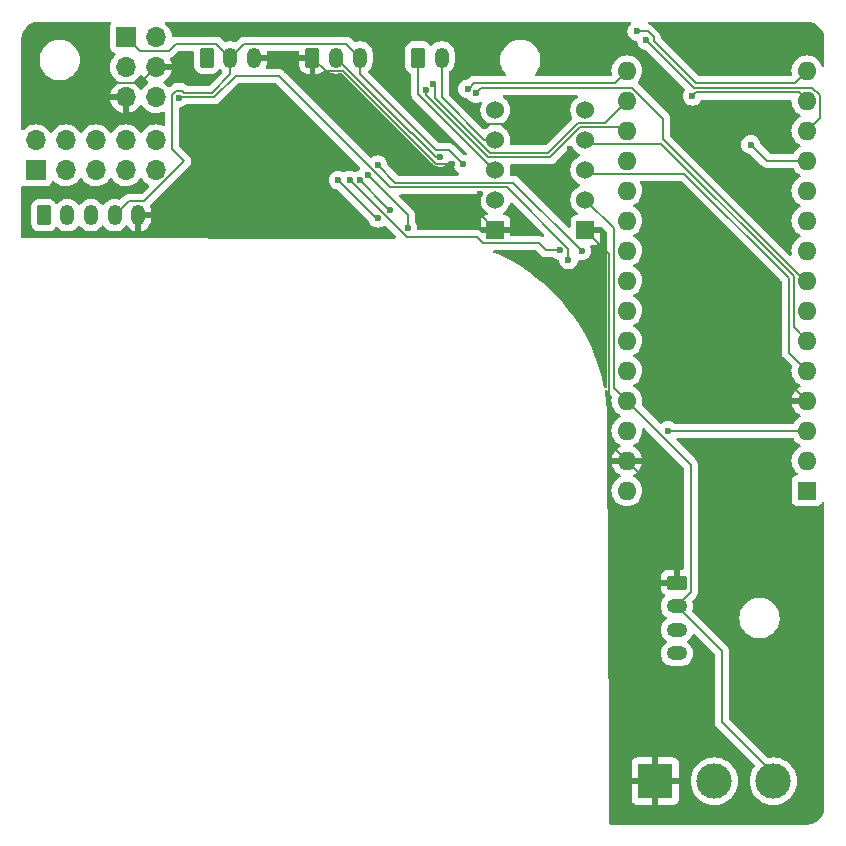
<source format=gbr>
%TF.GenerationSoftware,KiCad,Pcbnew,8.0.3*%
%TF.CreationDate,2024-07-23T15:57:45+02:00*%
%TF.ProjectId,Ruehrplatte,52756568-7270-46c6-9174-74652e6b6963,rev?*%
%TF.SameCoordinates,Original*%
%TF.FileFunction,Copper,L2,Bot*%
%TF.FilePolarity,Positive*%
%FSLAX46Y46*%
G04 Gerber Fmt 4.6, Leading zero omitted, Abs format (unit mm)*
G04 Created by KiCad (PCBNEW 8.0.3) date 2024-07-23 15:57:45*
%MOMM*%
%LPD*%
G01*
G04 APERTURE LIST*
G04 Aperture macros list*
%AMRoundRect*
0 Rectangle with rounded corners*
0 $1 Rounding radius*
0 $2 $3 $4 $5 $6 $7 $8 $9 X,Y pos of 4 corners*
0 Add a 4 corners polygon primitive as box body*
4,1,4,$2,$3,$4,$5,$6,$7,$8,$9,$2,$3,0*
0 Add four circle primitives for the rounded corners*
1,1,$1+$1,$2,$3*
1,1,$1+$1,$4,$5*
1,1,$1+$1,$6,$7*
1,1,$1+$1,$8,$9*
0 Add four rect primitives between the rounded corners*
20,1,$1+$1,$2,$3,$4,$5,0*
20,1,$1+$1,$4,$5,$6,$7,0*
20,1,$1+$1,$6,$7,$8,$9,0*
20,1,$1+$1,$8,$9,$2,$3,0*%
G04 Aperture macros list end*
%TA.AperFunction,ComponentPad*%
%ADD10R,3.000000X3.000000*%
%TD*%
%TA.AperFunction,ComponentPad*%
%ADD11C,3.000000*%
%TD*%
%TA.AperFunction,ComponentPad*%
%ADD12RoundRect,0.250000X-0.350000X-0.625000X0.350000X-0.625000X0.350000X0.625000X-0.350000X0.625000X0*%
%TD*%
%TA.AperFunction,ComponentPad*%
%ADD13O,1.200000X1.750000*%
%TD*%
%TA.AperFunction,ComponentPad*%
%ADD14R,1.700000X1.700000*%
%TD*%
%TA.AperFunction,ComponentPad*%
%ADD15O,1.700000X1.700000*%
%TD*%
%TA.AperFunction,ComponentPad*%
%ADD16R,1.524000X1.524000*%
%TD*%
%TA.AperFunction,ComponentPad*%
%ADD17C,1.524000*%
%TD*%
%TA.AperFunction,ComponentPad*%
%ADD18RoundRect,0.250000X-0.625000X0.350000X-0.625000X-0.350000X0.625000X-0.350000X0.625000X0.350000X0*%
%TD*%
%TA.AperFunction,ComponentPad*%
%ADD19O,1.750000X1.200000*%
%TD*%
%TA.AperFunction,ComponentPad*%
%ADD20R,1.600000X1.600000*%
%TD*%
%TA.AperFunction,ComponentPad*%
%ADD21O,1.600000X1.600000*%
%TD*%
%TA.AperFunction,ViaPad*%
%ADD22C,0.600000*%
%TD*%
%TA.AperFunction,Conductor*%
%ADD23C,0.200000*%
%TD*%
G04 APERTURE END LIST*
D10*
%TO.P,RV1,1,1*%
%TO.N,GND*%
X155168600Y-114808000D03*
D11*
%TO.P,RV1,2,2*%
%TO.N,Net-(A1-A0)*%
X160168600Y-114808000D03*
%TO.P,RV1,3,3*%
%TO.N,+5V*%
X165168600Y-114808000D03*
%TD*%
D12*
%TO.P,J2,1,Pin_1*%
%TO.N,Net-(A1-D5)*%
X103400000Y-66900000D03*
D13*
%TO.P,J2,2,Pin_2*%
%TO.N,Net-(A1-D6)*%
X105400000Y-66900000D03*
%TO.P,J2,3,Pin_3*%
%TO.N,Net-(A1-D7)*%
X107400000Y-66900000D03*
%TO.P,J2,4,Pin_4*%
%TO.N,+5V*%
X109400000Y-66900000D03*
%TO.P,J2,5,Pin_5*%
%TO.N,GND*%
X111400000Y-66900000D03*
%TD*%
D12*
%TO.P,J4,1,Pin_1*%
%TO.N,Net-(A1-D8)*%
X117200000Y-53550000D03*
D13*
%TO.P,J4,2,Pin_2*%
%TO.N,+5V*%
X119200000Y-53550000D03*
%TO.P,J4,3,Pin_3*%
%TO.N,GND*%
X121200000Y-53550000D03*
%TD*%
D14*
%TO.P,J7,1,Pin_1*%
%TO.N,+5V*%
X110360000Y-51820000D03*
D15*
%TO.P,J7,2,Pin_2*%
%TO.N,Net-(A1-3V3)*%
X112900000Y-51820000D03*
%TO.P,J7,3,Pin_3*%
%TO.N,Net-(A1-AREF)*%
X110360000Y-54360000D03*
%TO.P,J7,4,Pin_4*%
%TO.N,GND*%
X112900000Y-54360000D03*
%TO.P,J7,5,Pin_5*%
X110360000Y-56900000D03*
%TO.P,J7,6,Pin_6*%
%TO.N,Net-(J7-Pin_6)*%
X112900000Y-56900000D03*
%TD*%
D16*
%TO.P,U1,1,GND*%
%TO.N,GND*%
X149260000Y-68150000D03*
D17*
%TO.P,U1,2,VCC*%
%TO.N,+5V*%
X149260000Y-65610000D03*
%TO.P,U1,3,EN*%
%TO.N,Net-(A1-D2)*%
X149260000Y-63070000D03*
%TO.P,U1,4,PH*%
%TO.N,Net-(A1-D3)*%
X149260000Y-60530000D03*
%TO.P,U1,5,SLEEP*%
%TO.N,Net-(A1-D4)*%
X149260000Y-57990000D03*
D16*
%TO.P,U1,6,GND*%
%TO.N,GND*%
X141640000Y-68150000D03*
D17*
%TO.P,U1,7,VIN*%
%TO.N,+5V*%
X141640000Y-65610000D03*
%TO.P,U1,8,O2*%
%TO.N,Net-(J1-Pin_1)*%
X141640000Y-63070000D03*
%TO.P,U1,9,O1*%
%TO.N,Net-(J1-Pin_2)*%
X141640000Y-60530000D03*
%TO.P,U1,10,VM*%
%TO.N,unconnected-(U1-VM-Pad10)*%
X141640000Y-57990000D03*
%TD*%
D14*
%TO.P,J6,1,Pin_1*%
%TO.N,Net-(A1-D13)*%
X102740000Y-63100000D03*
D15*
%TO.P,J6,2,Pin_2*%
%TO.N,Net-(A1-D12)*%
X102740000Y-60560000D03*
%TO.P,J6,3,Pin_3*%
%TO.N,Net-(A1-D11)*%
X105280000Y-63100000D03*
%TO.P,J6,4,Pin_4*%
%TO.N,Net-(A1-D10)*%
X105280000Y-60560000D03*
%TO.P,J6,5,Pin_5*%
%TO.N,Net-(A1-D9)*%
X107820000Y-63100000D03*
%TO.P,J6,6,Pin_6*%
%TO.N,Net-(A1-A7)*%
X107820000Y-60560000D03*
%TO.P,J6,7,Pin_7*%
%TO.N,Net-(A1-A6)*%
X110360000Y-63100000D03*
%TO.P,J6,8,Pin_8*%
%TO.N,Net-(A1-A3)*%
X110360000Y-60560000D03*
%TO.P,J6,9,Pin_9*%
%TO.N,Net-(A1-A2)*%
X112900000Y-63100000D03*
%TO.P,J6,10,Pin_10*%
%TO.N,Net-(A1-A1)*%
X112900000Y-60560000D03*
%TD*%
D12*
%TO.P,J1,1,Pin_1*%
%TO.N,Net-(J1-Pin_1)*%
X135100000Y-53550000D03*
D13*
%TO.P,J1,2,Pin_2*%
%TO.N,Net-(J1-Pin_2)*%
X137100000Y-53550000D03*
%TD*%
D18*
%TO.P,J3,1,Pin_1*%
%TO.N,GND*%
X157000000Y-98000000D03*
D19*
%TO.P,J3,2,Pin_2*%
%TO.N,+5V*%
X157000000Y-100000000D03*
%TO.P,J3,3,Pin_3*%
%TO.N,Net-(A1-A5)*%
X157000000Y-102000000D03*
%TO.P,J3,4,Pin_4*%
%TO.N,Net-(A1-A4)*%
X157000000Y-104000000D03*
%TD*%
D12*
%TO.P,J5,1,Pin_1*%
%TO.N,GND*%
X126150000Y-53550000D03*
D13*
%TO.P,J5,2,Pin_2*%
%TO.N,Net-(A1-A0)*%
X128150000Y-53550000D03*
%TO.P,J5,3,Pin_3*%
%TO.N,+5V*%
X130150000Y-53550000D03*
%TD*%
D20*
%TO.P,A1,1,D1/TX*%
%TO.N,unconnected-(A1-D1{slash}TX-Pad1)*%
X168012000Y-90227000D03*
D21*
%TO.P,A1,2,D0/RX*%
%TO.N,unconnected-(A1-D0{slash}RX-Pad2)*%
X168012000Y-87687000D03*
%TO.P,A1,3,~{RESET}*%
%TO.N,Net-(J7-Pin_6)*%
X168012000Y-85147000D03*
%TO.P,A1,4,GND*%
%TO.N,GND*%
X168012000Y-82607000D03*
%TO.P,A1,5,D2*%
%TO.N,Net-(A1-D2)*%
X168012000Y-80067000D03*
%TO.P,A1,6,D3*%
%TO.N,Net-(A1-D3)*%
X168012000Y-77527000D03*
%TO.P,A1,7,D4*%
%TO.N,Net-(A1-D4)*%
X168012000Y-74987000D03*
%TO.P,A1,8,D5*%
%TO.N,Net-(A1-D5)*%
X168012000Y-72447000D03*
%TO.P,A1,9,D6*%
%TO.N,Net-(A1-D6)*%
X168012000Y-69907000D03*
%TO.P,A1,10,D7*%
%TO.N,Net-(A1-D7)*%
X168012000Y-67367000D03*
%TO.P,A1,11,D8*%
%TO.N,Net-(A1-D8)*%
X168012000Y-64827000D03*
%TO.P,A1,12,D9*%
%TO.N,Net-(A1-D9)*%
X168012000Y-62287000D03*
%TO.P,A1,13,D10*%
%TO.N,Net-(A1-D10)*%
X168012000Y-59747000D03*
%TO.P,A1,14,D11*%
%TO.N,Net-(A1-D11)*%
X168012000Y-57207000D03*
%TO.P,A1,15,D12*%
%TO.N,Net-(A1-D12)*%
X168012000Y-54667000D03*
%TO.P,A1,16,D13*%
%TO.N,Net-(A1-D13)*%
X152772000Y-54667000D03*
%TO.P,A1,17,3V3*%
%TO.N,Net-(A1-3V3)*%
X152772000Y-57207000D03*
%TO.P,A1,18,AREF*%
%TO.N,Net-(A1-AREF)*%
X152772000Y-59747000D03*
%TO.P,A1,19,A0*%
%TO.N,Net-(A1-A0)*%
X152772000Y-62287000D03*
%TO.P,A1,20,A1*%
%TO.N,Net-(A1-A1)*%
X152772000Y-64827000D03*
%TO.P,A1,21,A2*%
%TO.N,Net-(A1-A2)*%
X152772000Y-67367000D03*
%TO.P,A1,22,A3*%
%TO.N,Net-(A1-A3)*%
X152772000Y-69907000D03*
%TO.P,A1,23,A4*%
%TO.N,Net-(A1-A4)*%
X152772000Y-72447000D03*
%TO.P,A1,24,A5*%
%TO.N,Net-(A1-A5)*%
X152772000Y-74987000D03*
%TO.P,A1,25,A6*%
%TO.N,Net-(A1-A6)*%
X152772000Y-77527000D03*
%TO.P,A1,26,A7*%
%TO.N,Net-(A1-A7)*%
X152772000Y-80067000D03*
%TO.P,A1,27,+5V*%
%TO.N,+5V*%
X152772000Y-82607000D03*
%TO.P,A1,28,~{RESET}*%
%TO.N,Net-(J7-Pin_6)*%
X152772000Y-85147000D03*
%TO.P,A1,29,GND*%
%TO.N,GND*%
X152772000Y-87687000D03*
%TO.P,A1,30,VIN*%
%TO.N,unconnected-(A1-VIN-Pad30)*%
X152772000Y-90227000D03*
%TD*%
D22*
%TO.N,+5V*%
X138912842Y-62600000D03*
%TO.N,GND*%
X148132800Y-53721000D03*
X147980400Y-61315600D03*
X121234200Y-55981600D03*
X145288000Y-63500000D03*
X162991800Y-53340000D03*
X108178600Y-55727600D03*
X159639000Y-62128400D03*
X146024600Y-71704200D03*
X131800600Y-60680600D03*
X165100000Y-59055000D03*
X145135600Y-59182000D03*
X122351800Y-61264800D03*
X140817600Y-54102000D03*
X115493800Y-53238400D03*
X150164800Y-72186800D03*
X162636200Y-72212200D03*
X140182600Y-58724800D03*
X137972800Y-62600000D03*
X140308335Y-65141400D03*
X154051000Y-68605400D03*
X132638800Y-54813200D03*
%TO.N,Net-(A1-A0)*%
X136970000Y-62000000D03*
%TO.N,Net-(A1-D5)*%
X139981938Y-56583846D03*
%TO.N,Net-(A1-A1)*%
X130150785Y-63925000D03*
X132695265Y-66474735D03*
%TO.N,Net-(A1-A7)*%
X148940000Y-69920000D03*
X131667099Y-62635941D03*
%TO.N,Net-(A1-D13)*%
X139282387Y-56195735D03*
%TO.N,Net-(A1-A2)*%
X131676000Y-67152529D03*
X128325736Y-63924264D03*
%TO.N,Net-(A1-D12)*%
X153626470Y-51339838D03*
%TO.N,Net-(A1-A3)*%
X134200265Y-67979735D03*
X130818571Y-63484472D03*
%TO.N,Net-(A1-D10)*%
X154426473Y-52090000D03*
%TO.N,Net-(A1-A6)*%
X129291520Y-63925000D03*
X147093023Y-69870000D03*
%TO.N,Net-(A1-D9)*%
X163253235Y-60916765D03*
%TO.N,Net-(A1-D11)*%
X158316765Y-56823235D03*
%TO.N,Net-(J7-Pin_6)*%
X114860000Y-56940000D03*
X147826247Y-70684777D03*
X156240000Y-85130000D03*
%TO.N,Net-(A1-3V3)*%
X136316953Y-55767052D03*
%TO.N,Net-(A1-AREF)*%
X135751266Y-56332739D03*
%TD*%
D23*
%TO.N,Net-(A1-D3)*%
X149588400Y-60858400D02*
X155676600Y-60858400D01*
X155676600Y-60858400D02*
X166880000Y-72061800D01*
X149260000Y-60530000D02*
X149588400Y-60858400D01*
X166880000Y-72061800D02*
X166880000Y-76395000D01*
X166880000Y-76395000D02*
X168012000Y-77527000D01*
%TO.N,+5V*%
X152772000Y-82607000D02*
X158175000Y-88010000D01*
X158175000Y-88010000D02*
X158175000Y-98825000D01*
X130150000Y-54944314D02*
X130150000Y-53550000D01*
X160830000Y-103830000D02*
X157000000Y-100000000D01*
X119200000Y-53550000D02*
X120375000Y-52375000D01*
X110360000Y-51820000D02*
X111510000Y-52970000D01*
X138912842Y-62600000D02*
X137712842Y-61400000D01*
X137712842Y-61400000D02*
X136605686Y-61400000D01*
X151672000Y-68022000D02*
X151672000Y-81507000D01*
X110575000Y-65725000D02*
X111901346Y-65725000D01*
X109400000Y-66900000D02*
X110575000Y-65725000D01*
X114260000Y-56691471D02*
X114611471Y-56340000D01*
X111510000Y-52970000D02*
X113980800Y-52970000D01*
X115290600Y-62335746D02*
X114260000Y-61305146D01*
X115288529Y-56520000D02*
X117647800Y-56520000D01*
X117647800Y-56520000D02*
X119200000Y-54967800D01*
X149260000Y-65610000D02*
X151672000Y-68022000D01*
X118025000Y-52375000D02*
X119200000Y-53550000D01*
X120375000Y-52375000D02*
X128975000Y-52375000D01*
X151672000Y-81507000D02*
X152772000Y-82607000D01*
X111901346Y-65725000D02*
X115290600Y-62335746D01*
X114575800Y-52375000D02*
X118025000Y-52375000D01*
X166000000Y-115000000D02*
X160830000Y-109830000D01*
X160830000Y-109830000D02*
X160830000Y-103830000D01*
X114611471Y-56340000D02*
X115108529Y-56340000D01*
X136605686Y-61400000D02*
X130150000Y-54944314D01*
X114260000Y-61305146D02*
X114260000Y-56691471D01*
X158175000Y-98825000D02*
X157000000Y-100000000D01*
X119200000Y-54967800D02*
X119200000Y-53550000D01*
X115108529Y-56340000D02*
X115288529Y-56520000D01*
X113980800Y-52970000D02*
X114575800Y-52375000D01*
X130150000Y-53550000D02*
X130150000Y-54270000D01*
X128975000Y-52375000D02*
X130150000Y-53550000D01*
%TO.N,GND*%
X151272000Y-70162000D02*
X151272000Y-86187000D01*
X154051000Y-68630800D02*
X154051000Y-68605400D01*
X128759314Y-54725000D02*
X127325000Y-54725000D01*
X157000000Y-98000000D02*
X157000000Y-91915000D01*
X157000000Y-91915000D02*
X152772000Y-87687000D01*
X145796000Y-63500000D02*
X145288000Y-63500000D01*
X127325000Y-54725000D02*
X126150000Y-53550000D01*
X137972800Y-62600000D02*
X136634314Y-62600000D01*
X111532400Y-55727600D02*
X108178600Y-55727600D01*
X140182600Y-58724800D02*
X140639800Y-59182000D01*
X155295600Y-69875400D02*
X154051000Y-68630800D01*
X112900000Y-54360000D02*
X111532400Y-55727600D01*
X140308335Y-66818335D02*
X141640000Y-68150000D01*
X149260000Y-68150000D02*
X151272000Y-70162000D01*
X155295600Y-69890600D02*
X155295600Y-69875400D01*
X151272000Y-86187000D02*
X152772000Y-87687000D01*
X168012000Y-82607000D02*
X155295600Y-69890600D01*
X136634314Y-62600000D02*
X128759314Y-54725000D01*
X147980400Y-61315600D02*
X145796000Y-63500000D01*
X140639800Y-59182000D02*
X145135600Y-59182000D01*
X140308335Y-65141400D02*
X140308335Y-66818335D01*
%TO.N,Net-(A1-A0)*%
X136970000Y-62000000D02*
X136640000Y-62000000D01*
X136640000Y-62000000D02*
X134540000Y-59900000D01*
X134500000Y-59900000D02*
X128150000Y-53550000D01*
X134540000Y-59900000D02*
X134500000Y-59900000D01*
%TO.N,Net-(J1-Pin_2)*%
X137100000Y-56926209D02*
X137100000Y-53550000D01*
X141640000Y-60530000D02*
X140703791Y-60530000D01*
X140703791Y-60530000D02*
X137100000Y-56926209D01*
%TO.N,Net-(J1-Pin_1)*%
X135100000Y-56623267D02*
X135100000Y-53550000D01*
X141640000Y-63070000D02*
X141546733Y-63070000D01*
X141546733Y-63070000D02*
X135100000Y-56623267D01*
%TO.N,Net-(A1-D2)*%
X149260000Y-63070000D02*
X149577000Y-63387000D01*
X166480000Y-78535000D02*
X168012000Y-80067000D01*
X157639514Y-63387000D02*
X166480000Y-72227486D01*
X149577000Y-63387000D02*
X157639514Y-63387000D01*
X166480000Y-72227486D02*
X166480000Y-78535000D01*
%TO.N,Net-(A1-D5)*%
X155842286Y-58721651D02*
X155842286Y-60458400D01*
X139981938Y-56583846D02*
X140458784Y-56107000D01*
X140458784Y-56107000D02*
X153227635Y-56107000D01*
X167830886Y-72447000D02*
X168012000Y-72447000D01*
X155842286Y-60458400D02*
X167830886Y-72447000D01*
X153227635Y-56107000D02*
X155842286Y-58721651D01*
%TO.N,Net-(A1-A1)*%
X132395785Y-66170000D02*
X132400000Y-66170000D01*
X132400000Y-66170000D02*
X132400000Y-66179470D01*
X132400000Y-66179470D02*
X132695265Y-66474735D01*
X130150785Y-63925000D02*
X132395785Y-66170000D01*
%TO.N,Net-(A1-A7)*%
X143161400Y-64141400D02*
X134696200Y-64141400D01*
X148940000Y-69920000D02*
X143161400Y-64141400D01*
X133172558Y-64141400D02*
X131667099Y-62635941D01*
X134696200Y-64141400D02*
X133172558Y-64141400D01*
%TO.N,Net-(A1-D13)*%
X151732000Y-55707000D02*
X152772000Y-54667000D01*
X139366794Y-56195735D02*
X139855529Y-55707000D01*
X139855529Y-55707000D02*
X151732000Y-55707000D01*
X139282387Y-56195735D02*
X139366794Y-56195735D01*
%TO.N,Net-(A1-A2)*%
X131676000Y-67152529D02*
X131554001Y-67152529D01*
X131554001Y-67152529D02*
X128325736Y-63924264D01*
%TO.N,Net-(A1-D12)*%
X155026473Y-51841471D02*
X155026473Y-52124314D01*
X153626470Y-51339838D02*
X154524840Y-51339838D01*
X158609159Y-55707000D02*
X166972000Y-55707000D01*
X154524840Y-51339838D02*
X155026473Y-51841471D01*
X166972000Y-55707000D02*
X168012000Y-54667000D01*
X155026473Y-52124314D02*
X158609159Y-55707000D01*
%TO.N,Net-(A1-A3)*%
X134200265Y-67979735D02*
X134200265Y-66866166D01*
X134200265Y-66866166D02*
X130818571Y-63484472D01*
%TO.N,Net-(A1-D10)*%
X169112000Y-56751365D02*
X169112000Y-58647000D01*
X154426473Y-52090000D02*
X158443473Y-56107000D01*
X158443473Y-56107000D02*
X168467635Y-56107000D01*
X169112000Y-58647000D02*
X168012000Y-59747000D01*
X168467635Y-56107000D02*
X169112000Y-56751365D01*
%TO.N,Net-(A1-A6)*%
X147093023Y-69870000D02*
X145940000Y-69870000D01*
X140550398Y-69240000D02*
X140082922Y-68772524D01*
X145310000Y-69240000D02*
X140550398Y-69240000D01*
X145940000Y-69870000D02*
X145310000Y-69240000D01*
X134144525Y-68772524D02*
X129297001Y-63925000D01*
X129297001Y-63925000D02*
X129291520Y-63925000D01*
X140082922Y-68772524D02*
X134144525Y-68772524D01*
%TO.N,Net-(A1-D9)*%
X163253235Y-60916765D02*
X164623470Y-62287000D01*
X164623470Y-62287000D02*
X168012000Y-62287000D01*
%TO.N,Net-(A1-D11)*%
X158316765Y-56823235D02*
X158633000Y-56507000D01*
X167312000Y-56507000D02*
X168012000Y-57207000D01*
X158633000Y-56507000D02*
X167312000Y-56507000D01*
%TO.N,Net-(J7-Pin_6)*%
X114880000Y-56920000D02*
X114860000Y-56940000D01*
X123275228Y-55092600D02*
X119640886Y-55092600D01*
X132724028Y-64541400D02*
X123275228Y-55092600D01*
X142612952Y-64541400D02*
X132724028Y-64541400D01*
X119640886Y-55092600D02*
X117813486Y-56920000D01*
X147826247Y-70684777D02*
X147826247Y-69754695D01*
X117813486Y-56920000D02*
X114880000Y-56920000D01*
X156240000Y-85130000D02*
X156257000Y-85147000D01*
X156257000Y-85147000D02*
X168012000Y-85147000D01*
X147826247Y-69754695D02*
X142612952Y-64541400D01*
%TO.N,Net-(A1-3V3)*%
X141203105Y-61595000D02*
X146127419Y-61595000D01*
X136550400Y-56000499D02*
X136550400Y-56942295D01*
X150917600Y-59061400D02*
X152772000Y-57207000D01*
X136550400Y-56942295D02*
X141203105Y-61595000D01*
X146127419Y-61595000D02*
X148661019Y-59061400D01*
X148661019Y-59061400D02*
X150917600Y-59061400D01*
X136316953Y-55767052D02*
X136550400Y-56000499D01*
%TO.N,Net-(A1-AREF)*%
X135751266Y-56708847D02*
X141043819Y-62001400D01*
X148826705Y-59461400D02*
X152486400Y-59461400D01*
X135751266Y-56332739D02*
X135751266Y-56708847D01*
X152486400Y-59461400D02*
X152772000Y-59747000D01*
X146286705Y-62001400D02*
X148826705Y-59461400D01*
X141043819Y-62001400D02*
X146286705Y-62001400D01*
%TD*%
%TA.AperFunction,Conductor*%
%TO.N,GND*%
G36*
X151093684Y-81734406D02*
G01*
X151134497Y-81777019D01*
X151180798Y-81857215D01*
X151191481Y-81875717D01*
X151310349Y-81994585D01*
X151310355Y-81994590D01*
X151480058Y-82164293D01*
X151513543Y-82225616D01*
X151512152Y-82284067D01*
X151486366Y-82380302D01*
X151486364Y-82380313D01*
X151466532Y-82606998D01*
X151466532Y-82607001D01*
X151486364Y-82833686D01*
X151486366Y-82833697D01*
X151545258Y-83053488D01*
X151545261Y-83053497D01*
X151641431Y-83259732D01*
X151641432Y-83259734D01*
X151771954Y-83446141D01*
X151932858Y-83607045D01*
X151932861Y-83607047D01*
X152119266Y-83737568D01*
X152176681Y-83764341D01*
X152177275Y-83764618D01*
X152229714Y-83810791D01*
X152248866Y-83877984D01*
X152228650Y-83944865D01*
X152177275Y-83989382D01*
X152119267Y-84016431D01*
X152119265Y-84016432D01*
X151932858Y-84146954D01*
X151771954Y-84307858D01*
X151641432Y-84494265D01*
X151641431Y-84494267D01*
X151545261Y-84700502D01*
X151545258Y-84700511D01*
X151486366Y-84920302D01*
X151486364Y-84920313D01*
X151466532Y-85146998D01*
X151466532Y-85147001D01*
X151486364Y-85373686D01*
X151486366Y-85373697D01*
X151545258Y-85593488D01*
X151545261Y-85593497D01*
X151641431Y-85799732D01*
X151641432Y-85799734D01*
X151771954Y-85986141D01*
X151932858Y-86147045D01*
X151932861Y-86147047D01*
X152119266Y-86277568D01*
X152177865Y-86304893D01*
X152230305Y-86351065D01*
X152249457Y-86418258D01*
X152229242Y-86485139D01*
X152177867Y-86529657D01*
X152119515Y-86556867D01*
X151933179Y-86687342D01*
X151772342Y-86848179D01*
X151641865Y-87034517D01*
X151545734Y-87240673D01*
X151545730Y-87240682D01*
X151493127Y-87436999D01*
X151493128Y-87437000D01*
X152338988Y-87437000D01*
X152306075Y-87494007D01*
X152272000Y-87621174D01*
X152272000Y-87752826D01*
X152306075Y-87879993D01*
X152338988Y-87937000D01*
X151493128Y-87937000D01*
X151545730Y-88133317D01*
X151545734Y-88133326D01*
X151641865Y-88339482D01*
X151772342Y-88525820D01*
X151933179Y-88686657D01*
X152119518Y-88817134D01*
X152119520Y-88817135D01*
X152177865Y-88844342D01*
X152230305Y-88890514D01*
X152249457Y-88957707D01*
X152229242Y-89024589D01*
X152177867Y-89069105D01*
X152119268Y-89096431D01*
X152119264Y-89096433D01*
X151932858Y-89226954D01*
X151771954Y-89387858D01*
X151641432Y-89574265D01*
X151641431Y-89574267D01*
X151545261Y-89780502D01*
X151545258Y-89780511D01*
X151486366Y-90000302D01*
X151486364Y-90000313D01*
X151466532Y-90226998D01*
X151466532Y-90227001D01*
X151486364Y-90453686D01*
X151486366Y-90453697D01*
X151545258Y-90673488D01*
X151545261Y-90673497D01*
X151641431Y-90879732D01*
X151641432Y-90879734D01*
X151771954Y-91066141D01*
X151932858Y-91227045D01*
X151932861Y-91227047D01*
X152119266Y-91357568D01*
X152325504Y-91453739D01*
X152545308Y-91512635D01*
X152707230Y-91526801D01*
X152771998Y-91532468D01*
X152772000Y-91532468D01*
X152772002Y-91532468D01*
X152828807Y-91527498D01*
X152998692Y-91512635D01*
X153218496Y-91453739D01*
X153424734Y-91357568D01*
X153611139Y-91227047D01*
X153772047Y-91066139D01*
X153902568Y-90879734D01*
X153998739Y-90673496D01*
X154057635Y-90453692D01*
X154077468Y-90227000D01*
X154057635Y-90000308D01*
X153998739Y-89780504D01*
X153902568Y-89574266D01*
X153772047Y-89387861D01*
X153772045Y-89387858D01*
X153611141Y-89226954D01*
X153424734Y-89096432D01*
X153424732Y-89096431D01*
X153413275Y-89091088D01*
X153366132Y-89069105D01*
X153313694Y-89022934D01*
X153294542Y-88955740D01*
X153314758Y-88888859D01*
X153366134Y-88844341D01*
X153424484Y-88817132D01*
X153610820Y-88686657D01*
X153771657Y-88525820D01*
X153902134Y-88339482D01*
X153998265Y-88133326D01*
X153998269Y-88133317D01*
X154050872Y-87937000D01*
X153205012Y-87937000D01*
X153237925Y-87879993D01*
X153272000Y-87752826D01*
X153272000Y-87621174D01*
X153237925Y-87494007D01*
X153205012Y-87437000D01*
X154050872Y-87437000D01*
X154050872Y-87436999D01*
X153998269Y-87240682D01*
X153998265Y-87240673D01*
X153902134Y-87034517D01*
X153771657Y-86848179D01*
X153610820Y-86687342D01*
X153424482Y-86556865D01*
X153366133Y-86529657D01*
X153313694Y-86483484D01*
X153294542Y-86416291D01*
X153314758Y-86349410D01*
X153366129Y-86304895D01*
X153424734Y-86277568D01*
X153611139Y-86147047D01*
X153772047Y-85986139D01*
X153902568Y-85799734D01*
X153998739Y-85593496D01*
X154057635Y-85373692D01*
X154077468Y-85147000D01*
X154070219Y-85064149D01*
X154083985Y-84995652D01*
X154132600Y-84945469D01*
X154200628Y-84929535D01*
X154266472Y-84952910D01*
X154281428Y-84965663D01*
X157538181Y-88222416D01*
X157571666Y-88283739D01*
X157574500Y-88310097D01*
X157574500Y-96776000D01*
X157554815Y-96843039D01*
X157502011Y-96888794D01*
X157450500Y-96900000D01*
X157250000Y-96900000D01*
X157250000Y-97719670D01*
X157230255Y-97699925D01*
X157144745Y-97650556D01*
X157049370Y-97625000D01*
X156950630Y-97625000D01*
X156855255Y-97650556D01*
X156769745Y-97699925D01*
X156750000Y-97719670D01*
X156750000Y-96900000D01*
X156325028Y-96900000D01*
X156325012Y-96900001D01*
X156222302Y-96910494D01*
X156055880Y-96965641D01*
X156055875Y-96965643D01*
X155906654Y-97057684D01*
X155782684Y-97181654D01*
X155690643Y-97330875D01*
X155690641Y-97330880D01*
X155635494Y-97497302D01*
X155635493Y-97497309D01*
X155625000Y-97600013D01*
X155625000Y-97750000D01*
X156719670Y-97750000D01*
X156699925Y-97769745D01*
X156650556Y-97855255D01*
X156625000Y-97950630D01*
X156625000Y-98049370D01*
X156650556Y-98144745D01*
X156699925Y-98230255D01*
X156719670Y-98250000D01*
X155625001Y-98250000D01*
X155625001Y-98399986D01*
X155635494Y-98502697D01*
X155690641Y-98669119D01*
X155690643Y-98669124D01*
X155782684Y-98818345D01*
X155906656Y-98942317D01*
X155970906Y-98981946D01*
X156017631Y-99033893D01*
X156028854Y-99102856D01*
X156001011Y-99166938D01*
X155993492Y-99175166D01*
X155885585Y-99283073D01*
X155783768Y-99423211D01*
X155705128Y-99577552D01*
X155651597Y-99742302D01*
X155636104Y-99840123D01*
X155624500Y-99913389D01*
X155624500Y-100086611D01*
X155651598Y-100257701D01*
X155705127Y-100422445D01*
X155783768Y-100576788D01*
X155885586Y-100716928D01*
X156008072Y-100839414D01*
X156008078Y-100839418D01*
X156091023Y-100899683D01*
X156133689Y-100955013D01*
X156139667Y-101024626D01*
X156107061Y-101086421D01*
X156091023Y-101100317D01*
X156008078Y-101160581D01*
X156008069Y-101160588D01*
X155885588Y-101283069D01*
X155885588Y-101283070D01*
X155885586Y-101283072D01*
X155855070Y-101325074D01*
X155783768Y-101423211D01*
X155705128Y-101577552D01*
X155651597Y-101742302D01*
X155624500Y-101913389D01*
X155624500Y-102086611D01*
X155651598Y-102257701D01*
X155705127Y-102422445D01*
X155783768Y-102576788D01*
X155885586Y-102716928D01*
X156008072Y-102839414D01*
X156008078Y-102839418D01*
X156091023Y-102899683D01*
X156133689Y-102955013D01*
X156139667Y-103024626D01*
X156107061Y-103086421D01*
X156091023Y-103100317D01*
X156008078Y-103160581D01*
X156008069Y-103160588D01*
X155885588Y-103283069D01*
X155885588Y-103283070D01*
X155885586Y-103283072D01*
X155841859Y-103343256D01*
X155783768Y-103423211D01*
X155705128Y-103577552D01*
X155651597Y-103742302D01*
X155625186Y-103909057D01*
X155624500Y-103913389D01*
X155624500Y-104086611D01*
X155651598Y-104257701D01*
X155705127Y-104422445D01*
X155783768Y-104576788D01*
X155885586Y-104716928D01*
X156008072Y-104839414D01*
X156148212Y-104941232D01*
X156302555Y-105019873D01*
X156467299Y-105073402D01*
X156638389Y-105100500D01*
X156638390Y-105100500D01*
X157361610Y-105100500D01*
X157361611Y-105100500D01*
X157532701Y-105073402D01*
X157697445Y-105019873D01*
X157851788Y-104941232D01*
X157991928Y-104839414D01*
X158114414Y-104716928D01*
X158216232Y-104576788D01*
X158294873Y-104422445D01*
X158348402Y-104257701D01*
X158375500Y-104086611D01*
X158375500Y-103913389D01*
X158348402Y-103742299D01*
X158294873Y-103577555D01*
X158216232Y-103423212D01*
X158114414Y-103283072D01*
X157991928Y-103160586D01*
X157908975Y-103100317D01*
X157866311Y-103044988D01*
X157860332Y-102975374D01*
X157892938Y-102913579D01*
X157908976Y-102899682D01*
X157991928Y-102839414D01*
X158114414Y-102716928D01*
X158216232Y-102576788D01*
X158294873Y-102422445D01*
X158300602Y-102404811D01*
X158340040Y-102347136D01*
X158404398Y-102319938D01*
X158473244Y-102331853D01*
X158506214Y-102355449D01*
X160193181Y-104042416D01*
X160226666Y-104103739D01*
X160229500Y-104130097D01*
X160229500Y-109743330D01*
X160229499Y-109743348D01*
X160229499Y-109909054D01*
X160229498Y-109909054D01*
X160270423Y-110061785D01*
X160299358Y-110111900D01*
X160299359Y-110111904D01*
X160299360Y-110111904D01*
X160349479Y-110198714D01*
X160349481Y-110198717D01*
X160468349Y-110317585D01*
X160468355Y-110317590D01*
X163573677Y-113422912D01*
X163607162Y-113484235D01*
X163602178Y-113553927D01*
X163585264Y-113584903D01*
X163481370Y-113723690D01*
X163344235Y-113974833D01*
X163244228Y-114242962D01*
X163183404Y-114522566D01*
X163162990Y-114807998D01*
X163162990Y-114808001D01*
X163183404Y-115093433D01*
X163244228Y-115373037D01*
X163244230Y-115373043D01*
X163244231Y-115373046D01*
X163344233Y-115641161D01*
X163344235Y-115641166D01*
X163481370Y-115892309D01*
X163481375Y-115892317D01*
X163652854Y-116121387D01*
X163652870Y-116121405D01*
X163855194Y-116323729D01*
X163855212Y-116323745D01*
X164084282Y-116495224D01*
X164084290Y-116495229D01*
X164335433Y-116632364D01*
X164335432Y-116632364D01*
X164335436Y-116632365D01*
X164335439Y-116632367D01*
X164603554Y-116732369D01*
X164603560Y-116732370D01*
X164603562Y-116732371D01*
X164883166Y-116793195D01*
X164883168Y-116793195D01*
X164883172Y-116793196D01*
X165136820Y-116811337D01*
X165168599Y-116813610D01*
X165168600Y-116813610D01*
X165168601Y-116813610D01*
X165197195Y-116811564D01*
X165454028Y-116793196D01*
X165733646Y-116732369D01*
X166001761Y-116632367D01*
X166252915Y-116495226D01*
X166481995Y-116323739D01*
X166684339Y-116121395D01*
X166855826Y-115892315D01*
X166992967Y-115641161D01*
X167092969Y-115373046D01*
X167153796Y-115093428D01*
X167174210Y-114808000D01*
X167153796Y-114522572D01*
X167092969Y-114242954D01*
X166992967Y-113974839D01*
X166855826Y-113723685D01*
X166855824Y-113723682D01*
X166684345Y-113494612D01*
X166684329Y-113494594D01*
X166482005Y-113292270D01*
X166481987Y-113292254D01*
X166252917Y-113120775D01*
X166252909Y-113120770D01*
X166001766Y-112983635D01*
X166001767Y-112983635D01*
X165894515Y-112943632D01*
X165733646Y-112883631D01*
X165733643Y-112883630D01*
X165733637Y-112883628D01*
X165454033Y-112822804D01*
X165168601Y-112802390D01*
X165168599Y-112802390D01*
X164883172Y-112822804D01*
X164775921Y-112846134D01*
X164706229Y-112841148D01*
X164661883Y-112812648D01*
X161466819Y-109617584D01*
X161433334Y-109556261D01*
X161430500Y-109529903D01*
X161430500Y-103919059D01*
X161430501Y-103919046D01*
X161430501Y-103750945D01*
X161430501Y-103750943D01*
X161389577Y-103598215D01*
X161360639Y-103548095D01*
X161310520Y-103461284D01*
X161198716Y-103349480D01*
X161198715Y-103349479D01*
X161194385Y-103345149D01*
X161194374Y-103345139D01*
X158849230Y-100999995D01*
X162294732Y-100999995D01*
X162294732Y-101000004D01*
X162313777Y-101254154D01*
X162352363Y-101423212D01*
X162370492Y-101502637D01*
X162463607Y-101739888D01*
X162591041Y-101960612D01*
X162749950Y-102159877D01*
X162936783Y-102333232D01*
X163147366Y-102476805D01*
X163147371Y-102476807D01*
X163147372Y-102476808D01*
X163147373Y-102476809D01*
X163269328Y-102535538D01*
X163376992Y-102587387D01*
X163376993Y-102587387D01*
X163376996Y-102587389D01*
X163620542Y-102662513D01*
X163872565Y-102700500D01*
X164127435Y-102700500D01*
X164379458Y-102662513D01*
X164623004Y-102587389D01*
X164852634Y-102476805D01*
X165063217Y-102333232D01*
X165250050Y-102159877D01*
X165408959Y-101960612D01*
X165536393Y-101739888D01*
X165629508Y-101502637D01*
X165686222Y-101254157D01*
X165694384Y-101145232D01*
X165705268Y-101000004D01*
X165705268Y-100999995D01*
X165686222Y-100745845D01*
X165679622Y-100716930D01*
X165629508Y-100497363D01*
X165536393Y-100260112D01*
X165408959Y-100039388D01*
X165250050Y-99840123D01*
X165063217Y-99666768D01*
X164852634Y-99523195D01*
X164852630Y-99523193D01*
X164852627Y-99523191D01*
X164852626Y-99523190D01*
X164623006Y-99412612D01*
X164623008Y-99412612D01*
X164379466Y-99337489D01*
X164379462Y-99337488D01*
X164379458Y-99337487D01*
X164258231Y-99319214D01*
X164127440Y-99299500D01*
X164127435Y-99299500D01*
X163872565Y-99299500D01*
X163872559Y-99299500D01*
X163715609Y-99323157D01*
X163620542Y-99337487D01*
X163620539Y-99337488D01*
X163620533Y-99337489D01*
X163376992Y-99412612D01*
X163147373Y-99523190D01*
X163147372Y-99523191D01*
X162936782Y-99666768D01*
X162749952Y-99840121D01*
X162749950Y-99840123D01*
X162591041Y-100039388D01*
X162463608Y-100260109D01*
X162370492Y-100497362D01*
X162370490Y-100497369D01*
X162313777Y-100745845D01*
X162294732Y-100999995D01*
X158849230Y-100999995D01*
X158342916Y-100493681D01*
X158309431Y-100432358D01*
X158312665Y-100367684D01*
X158348402Y-100257701D01*
X158375500Y-100086611D01*
X158375500Y-99913389D01*
X158348402Y-99742299D01*
X158312665Y-99632315D01*
X158310671Y-99562475D01*
X158342914Y-99506319D01*
X158533506Y-99315728D01*
X158533511Y-99315724D01*
X158543714Y-99305520D01*
X158543716Y-99305520D01*
X158655520Y-99193716D01*
X158733432Y-99058768D01*
X158734577Y-99056785D01*
X158775501Y-98904057D01*
X158775501Y-98745943D01*
X158775501Y-98738348D01*
X158775500Y-98738330D01*
X158775500Y-88099059D01*
X158775501Y-88099046D01*
X158775501Y-87930945D01*
X158775501Y-87930943D01*
X158734577Y-87778215D01*
X158705639Y-87728095D01*
X158655520Y-87641284D01*
X158543716Y-87529480D01*
X158543715Y-87529479D01*
X158539385Y-87525149D01*
X158539374Y-87525139D01*
X156973416Y-85959181D01*
X156939931Y-85897858D01*
X156944915Y-85828166D01*
X156986787Y-85772233D01*
X157052251Y-85747816D01*
X157061097Y-85747500D01*
X166780308Y-85747500D01*
X166847347Y-85767185D01*
X166881880Y-85800374D01*
X166950139Y-85897858D01*
X167011954Y-85986141D01*
X167172858Y-86147045D01*
X167172861Y-86147047D01*
X167359266Y-86277568D01*
X167417275Y-86304618D01*
X167469714Y-86350791D01*
X167488866Y-86417984D01*
X167468650Y-86484865D01*
X167417275Y-86529382D01*
X167359267Y-86556431D01*
X167359265Y-86556432D01*
X167172858Y-86686954D01*
X167011954Y-86847858D01*
X166881432Y-87034265D01*
X166881431Y-87034267D01*
X166785261Y-87240502D01*
X166785258Y-87240511D01*
X166726366Y-87460302D01*
X166726364Y-87460313D01*
X166706532Y-87686998D01*
X166706532Y-87687001D01*
X166726364Y-87913686D01*
X166726366Y-87913697D01*
X166785258Y-88133488D01*
X166785261Y-88133497D01*
X166881431Y-88339732D01*
X166881432Y-88339734D01*
X167011954Y-88526141D01*
X167172858Y-88687045D01*
X167197462Y-88704273D01*
X167241087Y-88758849D01*
X167248281Y-88828348D01*
X167216758Y-88890703D01*
X167156529Y-88926117D01*
X167139593Y-88929138D01*
X167104516Y-88932908D01*
X166969671Y-88983202D01*
X166969664Y-88983206D01*
X166854455Y-89069452D01*
X166854452Y-89069455D01*
X166768206Y-89184664D01*
X166768202Y-89184671D01*
X166717908Y-89319517D01*
X166711501Y-89379116D01*
X166711500Y-89379135D01*
X166711500Y-91074870D01*
X166711501Y-91074876D01*
X166717908Y-91134483D01*
X166768202Y-91269328D01*
X166768206Y-91269335D01*
X166854452Y-91384544D01*
X166854455Y-91384547D01*
X166969664Y-91470793D01*
X166969671Y-91470797D01*
X167104517Y-91521091D01*
X167104516Y-91521091D01*
X167111444Y-91521835D01*
X167164127Y-91527500D01*
X168859872Y-91527499D01*
X168919483Y-91521091D01*
X169054331Y-91470796D01*
X169169546Y-91384546D01*
X169255796Y-91269331D01*
X169259318Y-91259889D01*
X169301189Y-91203955D01*
X169366653Y-91179538D01*
X169434926Y-91194389D01*
X169484332Y-91243794D01*
X169499500Y-91303222D01*
X169499500Y-116995572D01*
X169499184Y-117004419D01*
X169484869Y-117204557D01*
X169482351Y-117222068D01*
X169440646Y-117413787D01*
X169435662Y-117430763D01*
X169367090Y-117614609D01*
X169359740Y-117630701D01*
X169265711Y-117802904D01*
X169256146Y-117817789D01*
X169138558Y-117974867D01*
X169126972Y-117988237D01*
X168988237Y-118126972D01*
X168974867Y-118138558D01*
X168817789Y-118256146D01*
X168802904Y-118265711D01*
X168630701Y-118359740D01*
X168614609Y-118367090D01*
X168430763Y-118435662D01*
X168413787Y-118440646D01*
X168222068Y-118482351D01*
X168204557Y-118484869D01*
X168023779Y-118497799D01*
X168004417Y-118499184D01*
X167995572Y-118499500D01*
X151372240Y-118499500D01*
X151305201Y-118479815D01*
X151259446Y-118427011D01*
X151248241Y-118375949D01*
X151248182Y-118359740D01*
X151229705Y-113260155D01*
X153168600Y-113260155D01*
X153168600Y-114558000D01*
X154620118Y-114558000D01*
X154609489Y-114576409D01*
X154568600Y-114729009D01*
X154568600Y-114886991D01*
X154609489Y-115039591D01*
X154620118Y-115058000D01*
X153168600Y-115058000D01*
X153168600Y-116355844D01*
X153175001Y-116415372D01*
X153175003Y-116415379D01*
X153225245Y-116550086D01*
X153225249Y-116550093D01*
X153311409Y-116665187D01*
X153311412Y-116665190D01*
X153426506Y-116751350D01*
X153426513Y-116751354D01*
X153561220Y-116801596D01*
X153561227Y-116801598D01*
X153620755Y-116807999D01*
X153620772Y-116808000D01*
X154918600Y-116808000D01*
X154918600Y-115356482D01*
X154937009Y-115367111D01*
X155089609Y-115408000D01*
X155247591Y-115408000D01*
X155400191Y-115367111D01*
X155418600Y-115356482D01*
X155418600Y-116808000D01*
X156716428Y-116808000D01*
X156716444Y-116807999D01*
X156775972Y-116801598D01*
X156775979Y-116801596D01*
X156910686Y-116751354D01*
X156910693Y-116751350D01*
X157025787Y-116665190D01*
X157025790Y-116665187D01*
X157111950Y-116550093D01*
X157111954Y-116550086D01*
X157162196Y-116415379D01*
X157162198Y-116415372D01*
X157168599Y-116355844D01*
X157168600Y-116355827D01*
X157168600Y-115058000D01*
X155717082Y-115058000D01*
X155727711Y-115039591D01*
X155768600Y-114886991D01*
X155768600Y-114807998D01*
X158162990Y-114807998D01*
X158162990Y-114808001D01*
X158183404Y-115093433D01*
X158244228Y-115373037D01*
X158244230Y-115373043D01*
X158244231Y-115373046D01*
X158344233Y-115641161D01*
X158344235Y-115641166D01*
X158481370Y-115892309D01*
X158481375Y-115892317D01*
X158652854Y-116121387D01*
X158652870Y-116121405D01*
X158855194Y-116323729D01*
X158855212Y-116323745D01*
X159084282Y-116495224D01*
X159084290Y-116495229D01*
X159335433Y-116632364D01*
X159335432Y-116632364D01*
X159335436Y-116632365D01*
X159335439Y-116632367D01*
X159603554Y-116732369D01*
X159603560Y-116732370D01*
X159603562Y-116732371D01*
X159883166Y-116793195D01*
X159883168Y-116793195D01*
X159883172Y-116793196D01*
X160136820Y-116811337D01*
X160168599Y-116813610D01*
X160168600Y-116813610D01*
X160168601Y-116813610D01*
X160197195Y-116811564D01*
X160454028Y-116793196D01*
X160733646Y-116732369D01*
X161001761Y-116632367D01*
X161252915Y-116495226D01*
X161481995Y-116323739D01*
X161684339Y-116121395D01*
X161855826Y-115892315D01*
X161992967Y-115641161D01*
X162092969Y-115373046D01*
X162153796Y-115093428D01*
X162174210Y-114808000D01*
X162153796Y-114522572D01*
X162092969Y-114242954D01*
X161992967Y-113974839D01*
X161855826Y-113723685D01*
X161855824Y-113723682D01*
X161684345Y-113494612D01*
X161684329Y-113494594D01*
X161482005Y-113292270D01*
X161481987Y-113292254D01*
X161252917Y-113120775D01*
X161252909Y-113120770D01*
X161001766Y-112983635D01*
X161001767Y-112983635D01*
X160894515Y-112943632D01*
X160733646Y-112883631D01*
X160733643Y-112883630D01*
X160733637Y-112883628D01*
X160454033Y-112822804D01*
X160168601Y-112802390D01*
X160168599Y-112802390D01*
X159883166Y-112822804D01*
X159603562Y-112883628D01*
X159335433Y-112983635D01*
X159084290Y-113120770D01*
X159084282Y-113120775D01*
X158855212Y-113292254D01*
X158855194Y-113292270D01*
X158652870Y-113494594D01*
X158652854Y-113494612D01*
X158481375Y-113723682D01*
X158481370Y-113723690D01*
X158344235Y-113974833D01*
X158244228Y-114242962D01*
X158183404Y-114522566D01*
X158162990Y-114807998D01*
X155768600Y-114807998D01*
X155768600Y-114729009D01*
X155727711Y-114576409D01*
X155717082Y-114558000D01*
X157168600Y-114558000D01*
X157168600Y-113260172D01*
X157168599Y-113260155D01*
X157162198Y-113200627D01*
X157162196Y-113200620D01*
X157111954Y-113065913D01*
X157111950Y-113065906D01*
X157025790Y-112950812D01*
X157025787Y-112950809D01*
X156910693Y-112864649D01*
X156910686Y-112864645D01*
X156775979Y-112814403D01*
X156775972Y-112814401D01*
X156716444Y-112808000D01*
X155418600Y-112808000D01*
X155418600Y-114259517D01*
X155400191Y-114248889D01*
X155247591Y-114208000D01*
X155089609Y-114208000D01*
X154937009Y-114248889D01*
X154918600Y-114259517D01*
X154918600Y-112808000D01*
X153620755Y-112808000D01*
X153561227Y-112814401D01*
X153561220Y-112814403D01*
X153426513Y-112864645D01*
X153426506Y-112864649D01*
X153311412Y-112950809D01*
X153311409Y-112950812D01*
X153225249Y-113065906D01*
X153225245Y-113065913D01*
X153175003Y-113200620D01*
X153175001Y-113200627D01*
X153168600Y-113260155D01*
X151229705Y-113260155D01*
X151125500Y-84499087D01*
X151125500Y-84116415D01*
X151087857Y-83350171D01*
X151012662Y-82586696D01*
X150918209Y-81949954D01*
X150904453Y-81857215D01*
X150914088Y-81788012D01*
X150959607Y-81735005D01*
X151026558Y-81715021D01*
X151093684Y-81734406D01*
G37*
%TD.AperFunction*%
%TA.AperFunction,Conductor*%
G36*
X157406456Y-64007185D02*
G01*
X157427098Y-64023819D01*
X165843181Y-72439902D01*
X165876666Y-72501225D01*
X165879500Y-72527583D01*
X165879500Y-78448330D01*
X165879499Y-78448348D01*
X165879499Y-78614054D01*
X165879498Y-78614054D01*
X165879499Y-78614057D01*
X165920423Y-78766785D01*
X165928839Y-78781362D01*
X165928840Y-78781365D01*
X165928841Y-78781365D01*
X165999477Y-78903712D01*
X165999481Y-78903717D01*
X166118349Y-79022585D01*
X166118355Y-79022590D01*
X166720058Y-79624293D01*
X166753543Y-79685616D01*
X166752152Y-79744067D01*
X166726366Y-79840302D01*
X166726364Y-79840313D01*
X166706532Y-80066998D01*
X166706532Y-80067001D01*
X166726364Y-80293686D01*
X166726366Y-80293697D01*
X166785258Y-80513488D01*
X166785261Y-80513497D01*
X166881431Y-80719732D01*
X166881432Y-80719734D01*
X167011954Y-80906141D01*
X167172858Y-81067045D01*
X167172861Y-81067047D01*
X167359266Y-81197568D01*
X167417865Y-81224893D01*
X167470305Y-81271065D01*
X167489457Y-81338258D01*
X167469242Y-81405139D01*
X167417867Y-81449657D01*
X167359515Y-81476867D01*
X167173179Y-81607342D01*
X167012342Y-81768179D01*
X166881865Y-81954517D01*
X166785734Y-82160673D01*
X166785730Y-82160682D01*
X166733127Y-82356999D01*
X166733128Y-82357000D01*
X167578988Y-82357000D01*
X167546075Y-82414007D01*
X167512000Y-82541174D01*
X167512000Y-82672826D01*
X167546075Y-82799993D01*
X167578988Y-82857000D01*
X166733128Y-82857000D01*
X166785730Y-83053317D01*
X166785734Y-83053326D01*
X166881865Y-83259482D01*
X167012342Y-83445820D01*
X167173179Y-83606657D01*
X167359518Y-83737134D01*
X167359520Y-83737135D01*
X167417865Y-83764342D01*
X167470305Y-83810514D01*
X167489457Y-83877707D01*
X167469242Y-83944589D01*
X167417867Y-83989105D01*
X167417275Y-83989382D01*
X167359264Y-84016433D01*
X167172858Y-84146954D01*
X167011954Y-84307858D01*
X166935450Y-84417118D01*
X166881881Y-84493624D01*
X166827307Y-84537248D01*
X166780308Y-84546500D01*
X156839940Y-84546500D01*
X156772901Y-84526815D01*
X156752259Y-84510181D01*
X156742262Y-84500184D01*
X156589523Y-84404211D01*
X156419254Y-84344631D01*
X156419249Y-84344630D01*
X156240004Y-84324435D01*
X156239996Y-84324435D01*
X156060750Y-84344630D01*
X156060745Y-84344631D01*
X155890476Y-84404211D01*
X155737734Y-84500186D01*
X155737732Y-84500187D01*
X155713755Y-84524164D01*
X155652431Y-84557647D01*
X155582739Y-84552660D01*
X155538396Y-84524161D01*
X154063941Y-83049706D01*
X154030456Y-82988383D01*
X154031847Y-82929931D01*
X154036114Y-82914007D01*
X154057635Y-82833692D01*
X154077468Y-82607000D01*
X154057635Y-82380308D01*
X153998739Y-82160504D01*
X153902568Y-81954266D01*
X153772047Y-81767861D01*
X153772045Y-81767858D01*
X153611141Y-81606954D01*
X153424734Y-81476432D01*
X153424728Y-81476429D01*
X153397038Y-81463517D01*
X153366724Y-81449381D01*
X153314285Y-81403210D01*
X153295133Y-81336017D01*
X153315348Y-81269135D01*
X153366725Y-81224618D01*
X153424734Y-81197568D01*
X153611139Y-81067047D01*
X153772047Y-80906139D01*
X153902568Y-80719734D01*
X153998739Y-80513496D01*
X154057635Y-80293692D01*
X154077468Y-80067000D01*
X154057635Y-79840308D01*
X154012916Y-79673415D01*
X153998741Y-79620511D01*
X153998738Y-79620502D01*
X153987820Y-79597089D01*
X153902568Y-79414266D01*
X153772047Y-79227861D01*
X153772045Y-79227858D01*
X153611141Y-79066954D01*
X153424734Y-78936432D01*
X153424728Y-78936429D01*
X153366725Y-78909382D01*
X153314285Y-78863210D01*
X153295133Y-78796017D01*
X153315348Y-78729135D01*
X153366725Y-78684618D01*
X153424734Y-78657568D01*
X153611139Y-78527047D01*
X153772047Y-78366139D01*
X153902568Y-78179734D01*
X153998739Y-77973496D01*
X154057635Y-77753692D01*
X154077468Y-77527000D01*
X154057635Y-77300308D01*
X154012916Y-77133415D01*
X153998741Y-77080511D01*
X153998738Y-77080502D01*
X153902568Y-76874267D01*
X153902567Y-76874265D01*
X153772045Y-76687858D01*
X153611141Y-76526954D01*
X153424734Y-76396432D01*
X153424728Y-76396429D01*
X153366725Y-76369382D01*
X153314285Y-76323210D01*
X153295133Y-76256017D01*
X153315348Y-76189135D01*
X153366725Y-76144618D01*
X153424734Y-76117568D01*
X153611139Y-75987047D01*
X153772047Y-75826139D01*
X153902568Y-75639734D01*
X153998739Y-75433496D01*
X154057635Y-75213692D01*
X154077468Y-74987000D01*
X154057635Y-74760308D01*
X154012916Y-74593415D01*
X153998741Y-74540511D01*
X153998738Y-74540502D01*
X153902568Y-74334266D01*
X153772047Y-74147861D01*
X153772045Y-74147858D01*
X153611141Y-73986954D01*
X153424734Y-73856432D01*
X153424728Y-73856429D01*
X153366725Y-73829382D01*
X153314285Y-73783210D01*
X153295133Y-73716017D01*
X153315348Y-73649135D01*
X153366725Y-73604618D01*
X153424734Y-73577568D01*
X153611139Y-73447047D01*
X153772047Y-73286139D01*
X153902568Y-73099734D01*
X153998739Y-72893496D01*
X154057635Y-72673692D01*
X154077468Y-72447000D01*
X154057635Y-72220308D01*
X154012916Y-72053415D01*
X153998741Y-72000511D01*
X153998738Y-72000502D01*
X153902568Y-71794267D01*
X153902567Y-71794265D01*
X153772045Y-71607858D01*
X153611141Y-71446954D01*
X153424734Y-71316432D01*
X153424728Y-71316429D01*
X153366725Y-71289382D01*
X153314285Y-71243210D01*
X153295133Y-71176017D01*
X153315348Y-71109135D01*
X153366725Y-71064618D01*
X153375125Y-71060701D01*
X153424734Y-71037568D01*
X153611139Y-70907047D01*
X153772047Y-70746139D01*
X153902568Y-70559734D01*
X153998739Y-70353496D01*
X154057635Y-70133692D01*
X154077468Y-69907000D01*
X154057635Y-69680308D01*
X154011245Y-69507176D01*
X153998741Y-69460511D01*
X153998738Y-69460502D01*
X153976121Y-69412000D01*
X153902568Y-69254266D01*
X153772047Y-69067861D01*
X153772045Y-69067858D01*
X153611141Y-68906954D01*
X153424734Y-68776432D01*
X153424728Y-68776429D01*
X153397038Y-68763517D01*
X153366724Y-68749381D01*
X153314285Y-68703210D01*
X153295133Y-68636017D01*
X153315348Y-68569135D01*
X153366725Y-68524618D01*
X153424734Y-68497568D01*
X153611139Y-68367047D01*
X153772047Y-68206139D01*
X153902568Y-68019734D01*
X153998739Y-67813496D01*
X154057635Y-67593692D01*
X154077468Y-67367000D01*
X154057635Y-67140308D01*
X154008039Y-66955213D01*
X153998741Y-66920511D01*
X153998738Y-66920502D01*
X153965328Y-66848855D01*
X153902568Y-66714266D01*
X153772047Y-66527861D01*
X153772045Y-66527858D01*
X153611141Y-66366954D01*
X153424734Y-66236432D01*
X153424728Y-66236429D01*
X153366725Y-66209382D01*
X153314285Y-66163210D01*
X153295133Y-66096017D01*
X153315348Y-66029135D01*
X153366725Y-65984618D01*
X153424734Y-65957568D01*
X153611139Y-65827047D01*
X153772047Y-65666139D01*
X153902568Y-65479734D01*
X153998739Y-65273496D01*
X154057635Y-65053692D01*
X154077468Y-64827000D01*
X154057635Y-64600308D01*
X154012916Y-64433415D01*
X153998741Y-64380511D01*
X153998738Y-64380502D01*
X153978603Y-64337323D01*
X153902568Y-64174266D01*
X153902562Y-64174257D01*
X153902130Y-64173508D01*
X153902038Y-64173131D01*
X153900280Y-64169360D01*
X153901037Y-64169006D01*
X153885652Y-64105609D01*
X153908499Y-64039581D01*
X153963417Y-63996386D01*
X154009512Y-63987500D01*
X157339417Y-63987500D01*
X157406456Y-64007185D01*
G37*
%TD.AperFunction*%
%TA.AperFunction,Conductor*%
G36*
X150654714Y-67869797D02*
G01*
X150699063Y-67898298D01*
X151035181Y-68234416D01*
X151068666Y-68295739D01*
X151071500Y-68322097D01*
X151071500Y-81420330D01*
X151071499Y-81420348D01*
X151071499Y-81430548D01*
X151070803Y-81432917D01*
X151070742Y-81434024D01*
X151070741Y-81434033D01*
X151070484Y-81434004D01*
X151051814Y-81497587D01*
X150999010Y-81543342D01*
X150929852Y-81553286D01*
X150866296Y-81524261D01*
X150828522Y-81465483D01*
X150825882Y-81454739D01*
X150789347Y-81271065D01*
X150750427Y-81075402D01*
X150564020Y-80331224D01*
X150341323Y-79597089D01*
X150082872Y-78874766D01*
X149789289Y-78165994D01*
X149461282Y-77472481D01*
X149461278Y-77472473D01*
X149461271Y-77472459D01*
X149099644Y-76795904D01*
X149099639Y-76795896D01*
X149034883Y-76687858D01*
X148705237Y-76137876D01*
X148279021Y-75499998D01*
X147822019Y-74883802D01*
X147335332Y-74290773D01*
X147335328Y-74290768D01*
X146820138Y-73722343D01*
X146277656Y-73179861D01*
X145709231Y-72664671D01*
X145435349Y-72439902D01*
X145116198Y-72177981D01*
X144500002Y-71720979D01*
X143862124Y-71294763D01*
X143853146Y-71289382D01*
X143204103Y-70900360D01*
X143204095Y-70900355D01*
X142527540Y-70538728D01*
X142527526Y-70538721D01*
X142001866Y-70290103D01*
X141834006Y-70210711D01*
X141834003Y-70210709D01*
X141833993Y-70210705D01*
X141833978Y-70210699D01*
X141516175Y-70079061D01*
X141461772Y-70035220D01*
X141439707Y-69968926D01*
X141456986Y-69901227D01*
X141508123Y-69853616D01*
X141563628Y-69840500D01*
X145009903Y-69840500D01*
X145076942Y-69860185D01*
X145097583Y-69876818D01*
X145571284Y-70350520D01*
X145571286Y-70350521D01*
X145571290Y-70350524D01*
X145695546Y-70422262D01*
X145708216Y-70429577D01*
X145860943Y-70470501D01*
X145860945Y-70470501D01*
X146026654Y-70470501D01*
X146026670Y-70470500D01*
X146510611Y-70470500D01*
X146577650Y-70490185D01*
X146587926Y-70497555D01*
X146590759Y-70499814D01*
X146590761Y-70499816D01*
X146743501Y-70595789D01*
X146913768Y-70655368D01*
X146920429Y-70656118D01*
X146984843Y-70683181D01*
X147024401Y-70740774D01*
X147029771Y-70765455D01*
X147040877Y-70864027D01*
X147040878Y-70864031D01*
X147100458Y-71034300D01*
X147162940Y-71133739D01*
X147196431Y-71187039D01*
X147323985Y-71314593D01*
X147476725Y-71410566D01*
X147580713Y-71446953D01*
X147646992Y-71470145D01*
X147646997Y-71470146D01*
X147826243Y-71490342D01*
X147826247Y-71490342D01*
X147826251Y-71490342D01*
X148005496Y-71470146D01*
X148005499Y-71470145D01*
X148005502Y-71470145D01*
X148175769Y-71410566D01*
X148328509Y-71314593D01*
X148456063Y-71187039D01*
X148552036Y-71034299D01*
X148611615Y-70864032D01*
X148617254Y-70813987D01*
X148644320Y-70749572D01*
X148701914Y-70710017D01*
X148754357Y-70704649D01*
X148939996Y-70725565D01*
X148940000Y-70725565D01*
X148940004Y-70725565D01*
X149119249Y-70705369D01*
X149119252Y-70705368D01*
X149119255Y-70705368D01*
X149289522Y-70645789D01*
X149442262Y-70549816D01*
X149569816Y-70422262D01*
X149665789Y-70269522D01*
X149725368Y-70099255D01*
X149725369Y-70099249D01*
X149745565Y-69920003D01*
X149745565Y-69919996D01*
X149725369Y-69740750D01*
X149725366Y-69740737D01*
X149668056Y-69576955D01*
X149664494Y-69507176D01*
X149699222Y-69446549D01*
X149761216Y-69414321D01*
X149785097Y-69412000D01*
X150069828Y-69412000D01*
X150069844Y-69411999D01*
X150129372Y-69405598D01*
X150129379Y-69405596D01*
X150264086Y-69355354D01*
X150264093Y-69355350D01*
X150379187Y-69269190D01*
X150379190Y-69269187D01*
X150465350Y-69154093D01*
X150465354Y-69154086D01*
X150515596Y-69019379D01*
X150515598Y-69019372D01*
X150521999Y-68959844D01*
X150522000Y-68959827D01*
X150522000Y-68400000D01*
X149548816Y-68400000D01*
X149564876Y-68383940D01*
X149615036Y-68297061D01*
X149641000Y-68200160D01*
X149641000Y-68099840D01*
X149615036Y-68002939D01*
X149564876Y-67916060D01*
X149548816Y-67900000D01*
X150521999Y-67900000D01*
X150523700Y-67898299D01*
X150585022Y-67864813D01*
X150654714Y-67869797D01*
G37*
%TD.AperFunction*%
%TA.AperFunction,Conductor*%
G36*
X153101407Y-50520185D02*
G01*
X153147162Y-50572989D01*
X153157106Y-50642147D01*
X153128081Y-50705703D01*
X153122049Y-50712181D01*
X152996654Y-50837575D01*
X152900681Y-50990314D01*
X152841101Y-51160583D01*
X152841100Y-51160588D01*
X152820905Y-51339834D01*
X152820905Y-51339841D01*
X152841100Y-51519087D01*
X152841101Y-51519092D01*
X152900681Y-51689361D01*
X152946584Y-51762414D01*
X152996654Y-51842100D01*
X153124208Y-51969654D01*
X153276948Y-52065627D01*
X153447215Y-52125206D01*
X153447220Y-52125207D01*
X153528893Y-52134409D01*
X153593307Y-52161475D01*
X153632862Y-52219070D01*
X153638230Y-52243745D01*
X153641103Y-52269249D01*
X153700683Y-52439521D01*
X153711254Y-52456344D01*
X153796657Y-52592262D01*
X153924211Y-52719816D01*
X154076951Y-52815789D01*
X154247218Y-52875368D01*
X154334142Y-52885161D01*
X154398553Y-52912226D01*
X154407938Y-52920700D01*
X157663817Y-56176579D01*
X157697302Y-56237902D01*
X157692318Y-56307594D01*
X157681130Y-56330232D01*
X157590976Y-56473711D01*
X157531396Y-56643980D01*
X157531395Y-56643985D01*
X157511200Y-56823231D01*
X157511200Y-56823238D01*
X157531395Y-57002484D01*
X157531396Y-57002489D01*
X157590976Y-57172758D01*
X157676982Y-57309634D01*
X157686949Y-57325497D01*
X157814503Y-57453051D01*
X157844961Y-57472189D01*
X157936856Y-57529931D01*
X157967243Y-57549024D01*
X158112298Y-57599781D01*
X158137510Y-57608603D01*
X158137515Y-57608604D01*
X158316761Y-57628800D01*
X158316765Y-57628800D01*
X158316769Y-57628800D01*
X158496014Y-57608604D01*
X158496017Y-57608603D01*
X158496020Y-57608603D01*
X158666287Y-57549024D01*
X158819027Y-57453051D01*
X158946581Y-57325497D01*
X159040908Y-57175377D01*
X159046259Y-57166861D01*
X159048619Y-57168344D01*
X159087001Y-57125836D01*
X159151895Y-57107500D01*
X166584202Y-57107500D01*
X166651241Y-57127185D01*
X166696996Y-57179989D01*
X166707730Y-57220693D01*
X166726364Y-57433686D01*
X166726366Y-57433697D01*
X166785258Y-57653488D01*
X166785261Y-57653497D01*
X166881431Y-57859732D01*
X166881432Y-57859734D01*
X167011954Y-58046141D01*
X167172858Y-58207045D01*
X167212872Y-58235063D01*
X167359266Y-58337568D01*
X167392225Y-58352937D01*
X167417275Y-58364618D01*
X167469714Y-58410791D01*
X167488866Y-58477984D01*
X167468650Y-58544865D01*
X167417275Y-58589382D01*
X167359267Y-58616431D01*
X167359265Y-58616432D01*
X167172858Y-58746954D01*
X167011954Y-58907858D01*
X166881432Y-59094265D01*
X166881431Y-59094267D01*
X166785261Y-59300502D01*
X166785258Y-59300511D01*
X166726366Y-59520302D01*
X166726364Y-59520313D01*
X166706532Y-59746998D01*
X166706532Y-59747001D01*
X166726364Y-59973686D01*
X166726366Y-59973697D01*
X166785258Y-60193488D01*
X166785261Y-60193497D01*
X166881431Y-60399732D01*
X166881432Y-60399734D01*
X167011954Y-60586141D01*
X167172858Y-60747045D01*
X167172861Y-60747047D01*
X167359266Y-60877568D01*
X167403576Y-60898230D01*
X167417275Y-60904618D01*
X167469714Y-60950791D01*
X167488866Y-61017984D01*
X167468650Y-61084865D01*
X167417275Y-61129382D01*
X167359267Y-61156431D01*
X167359265Y-61156432D01*
X167172858Y-61286954D01*
X167011954Y-61447858D01*
X166942830Y-61546580D01*
X166881881Y-61633624D01*
X166827307Y-61677248D01*
X166780308Y-61686500D01*
X164923567Y-61686500D01*
X164856528Y-61666815D01*
X164835886Y-61650181D01*
X164083935Y-60898230D01*
X164050450Y-60836907D01*
X164048398Y-60824451D01*
X164038603Y-60737510D01*
X163979024Y-60567243D01*
X163883051Y-60414503D01*
X163755497Y-60286949D01*
X163602758Y-60190976D01*
X163432489Y-60131396D01*
X163432484Y-60131395D01*
X163253239Y-60111200D01*
X163253231Y-60111200D01*
X163073985Y-60131395D01*
X163073980Y-60131396D01*
X162903711Y-60190976D01*
X162750972Y-60286949D01*
X162657402Y-60380520D01*
X162623419Y-60414503D01*
X162615568Y-60426998D01*
X162527446Y-60567241D01*
X162467866Y-60737510D01*
X162467865Y-60737515D01*
X162447670Y-60916761D01*
X162447670Y-60916768D01*
X162467865Y-61096014D01*
X162467866Y-61096019D01*
X162527446Y-61266288D01*
X162623419Y-61419027D01*
X162750973Y-61546581D01*
X162903713Y-61642554D01*
X163073980Y-61702133D01*
X163160904Y-61711926D01*
X163225315Y-61738991D01*
X163234700Y-61747465D01*
X164138609Y-62651374D01*
X164138619Y-62651385D01*
X164142949Y-62655715D01*
X164142950Y-62655716D01*
X164254754Y-62767520D01*
X164325154Y-62808165D01*
X164391685Y-62846577D01*
X164544413Y-62887501D01*
X164544416Y-62887501D01*
X164710123Y-62887501D01*
X164710139Y-62887500D01*
X166780308Y-62887500D01*
X166847347Y-62907185D01*
X166881880Y-62940374D01*
X166911174Y-62982210D01*
X167011954Y-63126141D01*
X167172858Y-63287045D01*
X167183431Y-63294448D01*
X167359266Y-63417568D01*
X167417275Y-63444618D01*
X167469714Y-63490791D01*
X167488866Y-63557984D01*
X167468650Y-63624865D01*
X167417275Y-63669382D01*
X167359267Y-63696431D01*
X167359265Y-63696432D01*
X167172858Y-63826954D01*
X167011954Y-63987858D01*
X166881432Y-64174265D01*
X166881431Y-64174267D01*
X166785261Y-64380502D01*
X166785258Y-64380511D01*
X166726366Y-64600302D01*
X166726364Y-64600313D01*
X166706532Y-64826998D01*
X166706532Y-64827001D01*
X166726364Y-65053686D01*
X166726366Y-65053697D01*
X166785258Y-65273488D01*
X166785261Y-65273497D01*
X166881431Y-65479732D01*
X166881432Y-65479734D01*
X167011954Y-65666141D01*
X167172858Y-65827045D01*
X167172861Y-65827047D01*
X167359266Y-65957568D01*
X167417275Y-65984618D01*
X167469714Y-66030791D01*
X167488866Y-66097984D01*
X167468650Y-66164865D01*
X167417275Y-66209382D01*
X167359267Y-66236431D01*
X167359265Y-66236432D01*
X167172858Y-66366954D01*
X167011954Y-66527858D01*
X166881432Y-66714265D01*
X166881431Y-66714267D01*
X166785261Y-66920502D01*
X166785258Y-66920511D01*
X166726366Y-67140302D01*
X166726364Y-67140313D01*
X166706532Y-67366998D01*
X166706532Y-67367001D01*
X166726364Y-67593686D01*
X166726366Y-67593697D01*
X166785258Y-67813488D01*
X166785261Y-67813497D01*
X166881431Y-68019732D01*
X166881432Y-68019734D01*
X167011954Y-68206141D01*
X167172858Y-68367045D01*
X167172861Y-68367047D01*
X167359266Y-68497568D01*
X167417275Y-68524618D01*
X167469714Y-68570791D01*
X167488866Y-68637984D01*
X167468650Y-68704865D01*
X167417275Y-68749382D01*
X167359267Y-68776431D01*
X167359265Y-68776432D01*
X167172858Y-68906954D01*
X167011954Y-69067858D01*
X166881432Y-69254265D01*
X166881431Y-69254267D01*
X166785261Y-69460502D01*
X166785258Y-69460511D01*
X166726366Y-69680302D01*
X166726364Y-69680313D01*
X166706532Y-69906998D01*
X166706532Y-69907001D01*
X166726364Y-70133686D01*
X166726366Y-70133697D01*
X166738195Y-70177843D01*
X166736532Y-70247693D01*
X166697369Y-70305555D01*
X166633140Y-70333059D01*
X166564238Y-70321472D01*
X166530739Y-70297617D01*
X156479105Y-60245983D01*
X156445620Y-60184660D01*
X156442786Y-60158302D01*
X156442786Y-58810710D01*
X156442787Y-58810697D01*
X156442787Y-58642596D01*
X156442787Y-58642594D01*
X156401863Y-58489866D01*
X156354336Y-58407547D01*
X156322806Y-58352935D01*
X156211002Y-58241131D01*
X156211001Y-58241130D01*
X156206671Y-58236800D01*
X156206660Y-58236790D01*
X153715225Y-55745355D01*
X153715223Y-55745352D01*
X153711709Y-55741838D01*
X153710447Y-55739527D01*
X153699732Y-55726457D01*
X153699730Y-55726454D01*
X153702353Y-55724704D01*
X153678224Y-55680515D01*
X153683208Y-55610823D01*
X153711706Y-55566479D01*
X153772047Y-55506139D01*
X153902568Y-55319734D01*
X153998739Y-55113496D01*
X154057635Y-54893692D01*
X154077468Y-54667000D01*
X154077241Y-54664411D01*
X154071205Y-54595413D01*
X154057635Y-54440308D01*
X154007347Y-54252630D01*
X153998741Y-54220511D01*
X153998738Y-54220502D01*
X153930923Y-54075074D01*
X153902568Y-54014266D01*
X153772047Y-53827861D01*
X153772045Y-53827858D01*
X153611141Y-53666954D01*
X153424734Y-53536432D01*
X153424732Y-53536431D01*
X153218497Y-53440261D01*
X153218488Y-53440258D01*
X152998697Y-53381366D01*
X152998693Y-53381365D01*
X152998692Y-53381365D01*
X152998691Y-53381364D01*
X152998686Y-53381364D01*
X152772002Y-53361532D01*
X152771998Y-53361532D01*
X152545313Y-53381364D01*
X152545302Y-53381366D01*
X152325511Y-53440258D01*
X152325502Y-53440261D01*
X152119267Y-53536431D01*
X152119265Y-53536432D01*
X151932858Y-53666954D01*
X151771954Y-53827858D01*
X151641432Y-54014265D01*
X151641431Y-54014267D01*
X151545261Y-54220502D01*
X151545258Y-54220511D01*
X151486366Y-54440302D01*
X151486364Y-54440313D01*
X151466532Y-54666998D01*
X151466532Y-54667001D01*
X151485396Y-54882623D01*
X151486365Y-54893692D01*
X151501561Y-54950408D01*
X151499899Y-55020256D01*
X151460737Y-55078119D01*
X151396508Y-55105623D01*
X151381787Y-55106500D01*
X145100737Y-55106500D01*
X145033698Y-55086815D01*
X144987943Y-55034011D01*
X144977999Y-54964853D01*
X145003790Y-54905187D01*
X145035520Y-54865399D01*
X145158959Y-54710612D01*
X145286393Y-54489888D01*
X145379508Y-54252637D01*
X145436222Y-54004157D01*
X145449433Y-53827861D01*
X145455268Y-53750004D01*
X145455268Y-53749995D01*
X145438750Y-53529576D01*
X145436222Y-53495843D01*
X145379508Y-53247363D01*
X145286393Y-53010112D01*
X145158959Y-52789388D01*
X145000050Y-52590123D01*
X144813217Y-52416768D01*
X144602634Y-52273195D01*
X144602630Y-52273193D01*
X144602627Y-52273191D01*
X144602626Y-52273190D01*
X144373006Y-52162612D01*
X144373008Y-52162612D01*
X144129466Y-52087489D01*
X144129462Y-52087488D01*
X144129458Y-52087487D01*
X144008231Y-52069214D01*
X143877440Y-52049500D01*
X143877435Y-52049500D01*
X143622565Y-52049500D01*
X143622559Y-52049500D01*
X143465609Y-52073157D01*
X143370542Y-52087487D01*
X143370539Y-52087488D01*
X143370533Y-52087489D01*
X143126992Y-52162612D01*
X142897373Y-52273190D01*
X142897372Y-52273191D01*
X142686782Y-52416768D01*
X142499952Y-52590121D01*
X142499950Y-52590123D01*
X142341041Y-52789388D01*
X142213608Y-53010109D01*
X142120492Y-53247362D01*
X142120490Y-53247369D01*
X142063777Y-53495845D01*
X142044732Y-53749995D01*
X142044732Y-53750004D01*
X142063777Y-54004154D01*
X142120301Y-54251803D01*
X142120492Y-54252637D01*
X142179915Y-54404044D01*
X142213608Y-54489890D01*
X142216172Y-54494331D01*
X142341041Y-54710612D01*
X142464451Y-54865363D01*
X142496210Y-54905187D01*
X142522618Y-54969874D01*
X142509862Y-55038569D01*
X142461992Y-55089463D01*
X142399263Y-55106500D01*
X139942199Y-55106500D01*
X139942183Y-55106499D01*
X139934587Y-55106499D01*
X139776472Y-55106499D01*
X139700108Y-55126961D01*
X139623743Y-55147423D01*
X139623738Y-55147426D01*
X139486819Y-55226475D01*
X139486815Y-55226478D01*
X139358977Y-55354316D01*
X139297654Y-55387800D01*
X139285180Y-55389854D01*
X139103136Y-55410365D01*
X139103132Y-55410366D01*
X138932863Y-55469946D01*
X138780124Y-55565919D01*
X138652571Y-55693472D01*
X138556598Y-55846211D01*
X138497018Y-56016480D01*
X138497017Y-56016485D01*
X138476822Y-56195731D01*
X138476822Y-56195738D01*
X138497017Y-56374984D01*
X138497018Y-56374989D01*
X138556598Y-56545258D01*
X138652571Y-56697997D01*
X138780125Y-56825551D01*
X138864390Y-56878498D01*
X138886619Y-56892466D01*
X138932865Y-56921524D01*
X139059473Y-56965826D01*
X139103132Y-56981103D01*
X139103136Y-56981104D01*
X139199678Y-56991981D01*
X139240746Y-56996608D01*
X139305160Y-57023674D01*
X139331856Y-57053855D01*
X139352122Y-57086108D01*
X139479676Y-57213662D01*
X139490866Y-57220693D01*
X139617239Y-57300099D01*
X139632416Y-57309635D01*
X139786819Y-57363663D01*
X139802683Y-57369214D01*
X139802688Y-57369215D01*
X139981934Y-57389411D01*
X139981938Y-57389411D01*
X139981942Y-57389411D01*
X140161187Y-57369215D01*
X140161189Y-57369214D01*
X140161193Y-57369214D01*
X140161196Y-57369212D01*
X140161200Y-57369212D01*
X140331977Y-57309454D01*
X140401756Y-57305892D01*
X140462383Y-57340620D01*
X140494611Y-57402613D01*
X140488206Y-57472189D01*
X140485315Y-57478899D01*
X140449105Y-57556552D01*
X140449104Y-57556554D01*
X140391930Y-57769929D01*
X140391929Y-57769937D01*
X140372677Y-57989997D01*
X140372677Y-57990002D01*
X140391929Y-58210062D01*
X140391930Y-58210070D01*
X140449104Y-58423445D01*
X140449105Y-58423447D01*
X140449106Y-58423450D01*
X140504951Y-58543210D01*
X140542466Y-58623662D01*
X140542468Y-58623666D01*
X140669170Y-58804615D01*
X140669175Y-58804621D01*
X140825378Y-58960824D01*
X140825384Y-58960829D01*
X141006333Y-59087531D01*
X141006335Y-59087532D01*
X141006338Y-59087534D01*
X141092089Y-59127520D01*
X141135189Y-59147618D01*
X141187628Y-59193790D01*
X141206780Y-59260984D01*
X141186564Y-59327865D01*
X141135189Y-59372382D01*
X141006340Y-59432465D01*
X141006338Y-59432466D01*
X140825377Y-59559175D01*
X140791469Y-59593083D01*
X140730145Y-59626568D01*
X140660454Y-59621582D01*
X140616108Y-59593082D01*
X137736819Y-56713793D01*
X137703334Y-56652470D01*
X137700500Y-56626112D01*
X137700500Y-54812184D01*
X137720185Y-54745145D01*
X137751609Y-54711870D01*
X137816928Y-54664414D01*
X137939414Y-54541928D01*
X138041232Y-54401788D01*
X138119873Y-54247445D01*
X138173402Y-54082701D01*
X138200500Y-53911611D01*
X138200500Y-53188389D01*
X138173402Y-53017299D01*
X138119873Y-52852555D01*
X138041232Y-52698212D01*
X137939414Y-52558072D01*
X137816928Y-52435586D01*
X137676788Y-52333768D01*
X137522445Y-52255127D01*
X137357701Y-52201598D01*
X137357699Y-52201597D01*
X137357698Y-52201597D01*
X137226271Y-52180781D01*
X137186611Y-52174500D01*
X137013389Y-52174500D01*
X136973728Y-52180781D01*
X136842302Y-52201597D01*
X136677552Y-52255128D01*
X136523211Y-52333768D01*
X136383073Y-52435585D01*
X136275530Y-52543128D01*
X136214207Y-52576612D01*
X136144515Y-52571628D01*
X136088582Y-52529756D01*
X136082310Y-52520543D01*
X136042712Y-52456344D01*
X135918656Y-52332288D01*
X135793559Y-52255128D01*
X135769336Y-52240187D01*
X135769331Y-52240185D01*
X135760724Y-52237333D01*
X135602797Y-52185001D01*
X135602795Y-52185000D01*
X135500010Y-52174500D01*
X134699998Y-52174500D01*
X134699980Y-52174501D01*
X134597203Y-52185000D01*
X134597200Y-52185001D01*
X134430668Y-52240185D01*
X134430663Y-52240187D01*
X134281342Y-52332289D01*
X134157289Y-52456342D01*
X134065187Y-52605663D01*
X134065186Y-52605666D01*
X134010001Y-52772203D01*
X134010001Y-52772204D01*
X134010000Y-52772204D01*
X133999500Y-52874983D01*
X133999500Y-54225001D01*
X133999501Y-54225018D01*
X134010000Y-54327796D01*
X134010001Y-54327799D01*
X134065185Y-54494331D01*
X134065187Y-54494336D01*
X134088645Y-54532368D01*
X134157288Y-54643656D01*
X134281344Y-54767712D01*
X134430666Y-54859814D01*
X134430667Y-54859814D01*
X134436813Y-54863605D01*
X134435706Y-54865399D01*
X134480337Y-54904687D01*
X134499500Y-54970908D01*
X134499500Y-56536597D01*
X134499499Y-56536615D01*
X134499499Y-56702321D01*
X134499498Y-56702321D01*
X134538840Y-56849147D01*
X134540423Y-56855052D01*
X134559659Y-56888369D01*
X134613199Y-56981104D01*
X134619479Y-56991981D01*
X134619481Y-56991984D01*
X134738349Y-57110852D01*
X134738355Y-57110857D01*
X139246383Y-61618885D01*
X139279868Y-61680208D01*
X139274884Y-61749900D01*
X139233012Y-61805833D01*
X139167548Y-61830250D01*
X139117749Y-61823608D01*
X139092097Y-61814632D01*
X139092096Y-61814631D01*
X139092091Y-61814630D01*
X139005172Y-61804837D01*
X138940758Y-61777770D01*
X138931375Y-61769298D01*
X138200432Y-61038355D01*
X138200430Y-61038352D01*
X138081559Y-60919481D01*
X138081558Y-60919480D01*
X137994746Y-60869360D01*
X137994746Y-60869359D01*
X137994742Y-60869358D01*
X137944627Y-60840423D01*
X137791899Y-60799499D01*
X137633785Y-60799499D01*
X137626189Y-60799499D01*
X137626173Y-60799500D01*
X136905784Y-60799500D01*
X136838745Y-60779815D01*
X136818103Y-60763181D01*
X133867081Y-57812159D01*
X130880811Y-54825890D01*
X130847327Y-54764568D01*
X130852311Y-54694876D01*
X130880808Y-54650533D01*
X130989414Y-54541928D01*
X131091232Y-54401788D01*
X131169873Y-54247445D01*
X131223402Y-54082701D01*
X131250500Y-53911611D01*
X131250500Y-53188389D01*
X131223402Y-53017299D01*
X131169873Y-52852555D01*
X131091232Y-52698212D01*
X130989414Y-52558072D01*
X130866928Y-52435586D01*
X130726788Y-52333768D01*
X130572445Y-52255127D01*
X130407701Y-52201598D01*
X130407699Y-52201597D01*
X130407698Y-52201597D01*
X130276271Y-52180781D01*
X130236611Y-52174500D01*
X130063389Y-52174500D01*
X130031192Y-52179599D01*
X129892301Y-52201597D01*
X129892297Y-52201598D01*
X129782316Y-52237333D01*
X129712475Y-52239328D01*
X129656318Y-52207083D01*
X129462590Y-52013355D01*
X129462588Y-52013352D01*
X129343717Y-51894481D01*
X129343716Y-51894480D01*
X129252990Y-51842100D01*
X129252989Y-51842099D01*
X129206783Y-51815422D01*
X129150768Y-51800413D01*
X129054057Y-51774499D01*
X128895943Y-51774499D01*
X128888347Y-51774499D01*
X128888331Y-51774500D01*
X120461669Y-51774500D01*
X120461653Y-51774499D01*
X120454057Y-51774499D01*
X120295943Y-51774499D01*
X120217784Y-51795442D01*
X120143216Y-51815422D01*
X120097008Y-51842101D01*
X120097007Y-51842100D01*
X120006287Y-51894477D01*
X120006282Y-51894481D01*
X119894478Y-52006286D01*
X119693680Y-52207083D01*
X119632357Y-52240568D01*
X119567681Y-52237333D01*
X119457698Y-52201597D01*
X119326271Y-52180781D01*
X119286611Y-52174500D01*
X119113389Y-52174500D01*
X119081192Y-52179599D01*
X118942301Y-52201597D01*
X118942297Y-52201598D01*
X118832316Y-52237333D01*
X118762475Y-52239328D01*
X118706318Y-52207083D01*
X118512590Y-52013355D01*
X118512588Y-52013352D01*
X118393717Y-51894481D01*
X118393716Y-51894480D01*
X118302990Y-51842100D01*
X118302989Y-51842099D01*
X118256783Y-51815422D01*
X118200768Y-51800413D01*
X118104057Y-51774499D01*
X117945943Y-51774499D01*
X117938347Y-51774499D01*
X117938331Y-51774500D01*
X114496741Y-51774500D01*
X114400031Y-51800413D01*
X114330182Y-51798750D01*
X114272319Y-51759587D01*
X114244816Y-51695358D01*
X114244415Y-51691484D01*
X114235063Y-51584592D01*
X114173903Y-51356337D01*
X114074035Y-51142171D01*
X113992085Y-51025133D01*
X113938494Y-50948597D01*
X113771402Y-50781506D01*
X113771396Y-50781501D01*
X113692239Y-50726075D01*
X113648614Y-50671498D01*
X113641420Y-50602000D01*
X113672943Y-50539645D01*
X113733173Y-50504231D01*
X113763362Y-50500500D01*
X153034368Y-50500500D01*
X153101407Y-50520185D01*
G37*
%TD.AperFunction*%
%TA.AperFunction,Conductor*%
G36*
X123042170Y-55712785D02*
G01*
X123062812Y-55729419D01*
X130167779Y-62834386D01*
X130201264Y-62895709D01*
X130196280Y-62965401D01*
X130185091Y-62988040D01*
X130130623Y-63074724D01*
X130078288Y-63121014D01*
X130039514Y-63131971D01*
X129971535Y-63139630D01*
X129801262Y-63199211D01*
X129787119Y-63208097D01*
X129719881Y-63227093D01*
X129655183Y-63208096D01*
X129649966Y-63204818D01*
X129641042Y-63199211D01*
X129641040Y-63199210D01*
X129641038Y-63199209D01*
X129470782Y-63139633D01*
X129470769Y-63139630D01*
X129291524Y-63119435D01*
X129291516Y-63119435D01*
X129112270Y-63139630D01*
X129112257Y-63139633D01*
X128941999Y-63199209D01*
X128875184Y-63241192D01*
X128807947Y-63260192D01*
X128743240Y-63241191D01*
X128675260Y-63198475D01*
X128504990Y-63138895D01*
X128504985Y-63138894D01*
X128325740Y-63118699D01*
X128325732Y-63118699D01*
X128146486Y-63138894D01*
X128146481Y-63138895D01*
X127976212Y-63198475D01*
X127823473Y-63294448D01*
X127695920Y-63422001D01*
X127599947Y-63574740D01*
X127540367Y-63745009D01*
X127540366Y-63745014D01*
X127520171Y-63924260D01*
X127520171Y-63924267D01*
X127540366Y-64103513D01*
X127540367Y-64103518D01*
X127599947Y-64273787D01*
X127686669Y-64411803D01*
X127695920Y-64426526D01*
X127823474Y-64554080D01*
X127976214Y-64650053D01*
X128146481Y-64709632D01*
X128233405Y-64719425D01*
X128297816Y-64746490D01*
X128307201Y-64754964D01*
X130874177Y-67321940D01*
X130903538Y-67368667D01*
X130950210Y-67502050D01*
X130996053Y-67575008D01*
X131046184Y-67654791D01*
X131173738Y-67782345D01*
X131223316Y-67813497D01*
X131326474Y-67878316D01*
X131326478Y-67878318D01*
X131472625Y-67929457D01*
X131496745Y-67937897D01*
X131496750Y-67937898D01*
X131675996Y-67958094D01*
X131676000Y-67958094D01*
X131676004Y-67958094D01*
X131855249Y-67937898D01*
X131855252Y-67937897D01*
X131855255Y-67937897D01*
X132025522Y-67878318D01*
X132025524Y-67878316D01*
X132025526Y-67878316D01*
X132172433Y-67786008D01*
X132239669Y-67767007D01*
X132306504Y-67787374D01*
X132326086Y-67803320D01*
X133183842Y-68661076D01*
X133217327Y-68722399D01*
X133212343Y-68792091D01*
X133170471Y-68848024D01*
X133105007Y-68872441D01*
X133096071Y-68872757D01*
X101624410Y-68849951D01*
X101557385Y-68830218D01*
X101511668Y-68777381D01*
X101500500Y-68725951D01*
X101500500Y-64517499D01*
X101520185Y-64450460D01*
X101572989Y-64404705D01*
X101642147Y-64394761D01*
X101667833Y-64401317D01*
X101782517Y-64444091D01*
X101782516Y-64444091D01*
X101789444Y-64444835D01*
X101842127Y-64450500D01*
X103637872Y-64450499D01*
X103697483Y-64444091D01*
X103832331Y-64393796D01*
X103947546Y-64307546D01*
X104033796Y-64192331D01*
X104082810Y-64060916D01*
X104124681Y-64004984D01*
X104190145Y-63980566D01*
X104258418Y-63995417D01*
X104286673Y-64016569D01*
X104408599Y-64138495D01*
X104505384Y-64206265D01*
X104602165Y-64274032D01*
X104602167Y-64274033D01*
X104602170Y-64274035D01*
X104816337Y-64373903D01*
X104816343Y-64373904D01*
X104816344Y-64373905D01*
X104871285Y-64388626D01*
X105044592Y-64435063D01*
X105221034Y-64450500D01*
X105279999Y-64455659D01*
X105280000Y-64455659D01*
X105280001Y-64455659D01*
X105338966Y-64450500D01*
X105515408Y-64435063D01*
X105743663Y-64373903D01*
X105957830Y-64274035D01*
X106151401Y-64138495D01*
X106318495Y-63971401D01*
X106448425Y-63785842D01*
X106503002Y-63742217D01*
X106572500Y-63735023D01*
X106634855Y-63766546D01*
X106651575Y-63785842D01*
X106720736Y-63884615D01*
X106781505Y-63971401D01*
X106948599Y-64138495D01*
X107045384Y-64206265D01*
X107142165Y-64274032D01*
X107142167Y-64274033D01*
X107142170Y-64274035D01*
X107356337Y-64373903D01*
X107356343Y-64373904D01*
X107356344Y-64373905D01*
X107411285Y-64388626D01*
X107584592Y-64435063D01*
X107761034Y-64450500D01*
X107819999Y-64455659D01*
X107820000Y-64455659D01*
X107820001Y-64455659D01*
X107878966Y-64450500D01*
X108055408Y-64435063D01*
X108283663Y-64373903D01*
X108497830Y-64274035D01*
X108691401Y-64138495D01*
X108858495Y-63971401D01*
X108988425Y-63785842D01*
X109043002Y-63742217D01*
X109112500Y-63735023D01*
X109174855Y-63766546D01*
X109191575Y-63785842D01*
X109260736Y-63884615D01*
X109321505Y-63971401D01*
X109488599Y-64138495D01*
X109585384Y-64206265D01*
X109682165Y-64274032D01*
X109682167Y-64274033D01*
X109682170Y-64274035D01*
X109896337Y-64373903D01*
X109896343Y-64373904D01*
X109896344Y-64373905D01*
X109951285Y-64388626D01*
X110124592Y-64435063D01*
X110301034Y-64450500D01*
X110359999Y-64455659D01*
X110360000Y-64455659D01*
X110360001Y-64455659D01*
X110418966Y-64450500D01*
X110595408Y-64435063D01*
X110823663Y-64373903D01*
X111037830Y-64274035D01*
X111231401Y-64138495D01*
X111398495Y-63971401D01*
X111528425Y-63785842D01*
X111583002Y-63742217D01*
X111652500Y-63735023D01*
X111714855Y-63766546D01*
X111731575Y-63785842D01*
X111800736Y-63884615D01*
X111861505Y-63971401D01*
X112028599Y-64138495D01*
X112125384Y-64206265D01*
X112222165Y-64274032D01*
X112222167Y-64274033D01*
X112222170Y-64274035D01*
X112253244Y-64288525D01*
X112305684Y-64334697D01*
X112324836Y-64401890D01*
X112304621Y-64468771D01*
X112288521Y-64488588D01*
X111688930Y-65088181D01*
X111627607Y-65121666D01*
X111601249Y-65124500D01*
X110661669Y-65124500D01*
X110661653Y-65124499D01*
X110654057Y-65124499D01*
X110495943Y-65124499D01*
X110381397Y-65155192D01*
X110343214Y-65165423D01*
X110330625Y-65172692D01*
X110323947Y-65176548D01*
X110323945Y-65176549D01*
X110323942Y-65176550D01*
X110206290Y-65244475D01*
X110206282Y-65244481D01*
X110094478Y-65356286D01*
X109893680Y-65557083D01*
X109832357Y-65590568D01*
X109767681Y-65587333D01*
X109657698Y-65551597D01*
X109526271Y-65530781D01*
X109486611Y-65524500D01*
X109313389Y-65524500D01*
X109273728Y-65530781D01*
X109142302Y-65551597D01*
X108977552Y-65605128D01*
X108823211Y-65683768D01*
X108743256Y-65741859D01*
X108683072Y-65785586D01*
X108683070Y-65785588D01*
X108683069Y-65785588D01*
X108560588Y-65908069D01*
X108560581Y-65908078D01*
X108500317Y-65991023D01*
X108444987Y-66033689D01*
X108375374Y-66039667D01*
X108313579Y-66007061D01*
X108299683Y-65991023D01*
X108239418Y-65908078D01*
X108239414Y-65908072D01*
X108116928Y-65785586D01*
X107976788Y-65683768D01*
X107822445Y-65605127D01*
X107657701Y-65551598D01*
X107657699Y-65551597D01*
X107657698Y-65551597D01*
X107526271Y-65530781D01*
X107486611Y-65524500D01*
X107313389Y-65524500D01*
X107273728Y-65530781D01*
X107142302Y-65551597D01*
X106977552Y-65605128D01*
X106823211Y-65683768D01*
X106743256Y-65741859D01*
X106683072Y-65785586D01*
X106683070Y-65785588D01*
X106683069Y-65785588D01*
X106560588Y-65908069D01*
X106560581Y-65908078D01*
X106500317Y-65991023D01*
X106444987Y-66033689D01*
X106375374Y-66039667D01*
X106313579Y-66007061D01*
X106299683Y-65991023D01*
X106239418Y-65908078D01*
X106239414Y-65908072D01*
X106116928Y-65785586D01*
X105976788Y-65683768D01*
X105822445Y-65605127D01*
X105657701Y-65551598D01*
X105657699Y-65551597D01*
X105657698Y-65551597D01*
X105526271Y-65530781D01*
X105486611Y-65524500D01*
X105313389Y-65524500D01*
X105273728Y-65530781D01*
X105142302Y-65551597D01*
X104977552Y-65605128D01*
X104823211Y-65683768D01*
X104683073Y-65785585D01*
X104575530Y-65893128D01*
X104514207Y-65926612D01*
X104444515Y-65921628D01*
X104388582Y-65879756D01*
X104382310Y-65870543D01*
X104357341Y-65830062D01*
X104342712Y-65806344D01*
X104218656Y-65682288D01*
X104093559Y-65605128D01*
X104069336Y-65590187D01*
X104069331Y-65590185D01*
X104060724Y-65587333D01*
X103902797Y-65535001D01*
X103902795Y-65535000D01*
X103800010Y-65524500D01*
X102999998Y-65524500D01*
X102999980Y-65524501D01*
X102897203Y-65535000D01*
X102897200Y-65535001D01*
X102730668Y-65590185D01*
X102730663Y-65590187D01*
X102581342Y-65682289D01*
X102457289Y-65806342D01*
X102365187Y-65955663D01*
X102365185Y-65955668D01*
X102364555Y-65957570D01*
X102310001Y-66122203D01*
X102310001Y-66122204D01*
X102310000Y-66122204D01*
X102299500Y-66224983D01*
X102299500Y-67575001D01*
X102299501Y-67575018D01*
X102310000Y-67677796D01*
X102310001Y-67677799D01*
X102365185Y-67844331D01*
X102365187Y-67844336D01*
X102386146Y-67878316D01*
X102457288Y-67993656D01*
X102581344Y-68117712D01*
X102730666Y-68209814D01*
X102897203Y-68264999D01*
X102999991Y-68275500D01*
X103800008Y-68275499D01*
X103800016Y-68275498D01*
X103800019Y-68275498D01*
X103856302Y-68269748D01*
X103902797Y-68264999D01*
X104069334Y-68209814D01*
X104218656Y-68117712D01*
X104342712Y-67993656D01*
X104382310Y-67929456D01*
X104434258Y-67882732D01*
X104503220Y-67871509D01*
X104567303Y-67899352D01*
X104575530Y-67906872D01*
X104683072Y-68014414D01*
X104823212Y-68116232D01*
X104977555Y-68194873D01*
X105142299Y-68248402D01*
X105313389Y-68275500D01*
X105313390Y-68275500D01*
X105486610Y-68275500D01*
X105486611Y-68275500D01*
X105657701Y-68248402D01*
X105822445Y-68194873D01*
X105976788Y-68116232D01*
X106116928Y-68014414D01*
X106239414Y-67891928D01*
X106299682Y-67808975D01*
X106355012Y-67766311D01*
X106424626Y-67760332D01*
X106486421Y-67792938D01*
X106500315Y-67808973D01*
X106560586Y-67891928D01*
X106683072Y-68014414D01*
X106823212Y-68116232D01*
X106977555Y-68194873D01*
X107142299Y-68248402D01*
X107313389Y-68275500D01*
X107313390Y-68275500D01*
X107486610Y-68275500D01*
X107486611Y-68275500D01*
X107657701Y-68248402D01*
X107822445Y-68194873D01*
X107976788Y-68116232D01*
X108116928Y-68014414D01*
X108239414Y-67891928D01*
X108299682Y-67808975D01*
X108355012Y-67766311D01*
X108424626Y-67760332D01*
X108486421Y-67792938D01*
X108500315Y-67808973D01*
X108560586Y-67891928D01*
X108683072Y-68014414D01*
X108823212Y-68116232D01*
X108977555Y-68194873D01*
X109142299Y-68248402D01*
X109313389Y-68275500D01*
X109313390Y-68275500D01*
X109486610Y-68275500D01*
X109486611Y-68275500D01*
X109657701Y-68248402D01*
X109822445Y-68194873D01*
X109976788Y-68116232D01*
X110116928Y-68014414D01*
X110239414Y-67891928D01*
X110299991Y-67808550D01*
X110355321Y-67765885D01*
X110424934Y-67759906D01*
X110486729Y-67792512D01*
X110500628Y-67808551D01*
X110560967Y-67891602D01*
X110683397Y-68014032D01*
X110823475Y-68115804D01*
X110977744Y-68194408D01*
X111142415Y-68247914D01*
X111142414Y-68247914D01*
X111149999Y-68249115D01*
X111150000Y-68249114D01*
X111150000Y-67180330D01*
X111169745Y-67200075D01*
X111255255Y-67249444D01*
X111350630Y-67275000D01*
X111449370Y-67275000D01*
X111544745Y-67249444D01*
X111630255Y-67200075D01*
X111650000Y-67180330D01*
X111650000Y-68249115D01*
X111657584Y-68247914D01*
X111822255Y-68194408D01*
X111976524Y-68115804D01*
X112116602Y-68014032D01*
X112239032Y-67891602D01*
X112340804Y-67751524D01*
X112419408Y-67597257D01*
X112472914Y-67432584D01*
X112500000Y-67261571D01*
X112500000Y-67150000D01*
X111680330Y-67150000D01*
X111700075Y-67130255D01*
X111749444Y-67044745D01*
X111775000Y-66949370D01*
X111775000Y-66850630D01*
X111749444Y-66755255D01*
X111700075Y-66669745D01*
X111680330Y-66650000D01*
X112500000Y-66650000D01*
X112500000Y-66538428D01*
X112472914Y-66367415D01*
X112419408Y-66202745D01*
X112419407Y-66202741D01*
X112410835Y-66185918D01*
X112397938Y-66117249D01*
X112424213Y-66052508D01*
X112433629Y-66041950D01*
X115771119Y-62704462D01*
X115850177Y-62567531D01*
X115891101Y-62414803D01*
X115891101Y-62256689D01*
X115850177Y-62103961D01*
X115771119Y-61967030D01*
X115659316Y-61855227D01*
X114896819Y-61092730D01*
X114863334Y-61031407D01*
X114860500Y-61005049D01*
X114860500Y-57856321D01*
X114880185Y-57789282D01*
X114932989Y-57743527D01*
X114970612Y-57733101D01*
X115039255Y-57725368D01*
X115209522Y-57665789D01*
X115362262Y-57569816D01*
X115375259Y-57556819D01*
X115436582Y-57523334D01*
X115462940Y-57520500D01*
X117726817Y-57520500D01*
X117726833Y-57520501D01*
X117734429Y-57520501D01*
X117892540Y-57520501D01*
X117892543Y-57520501D01*
X118045271Y-57479577D01*
X118115926Y-57438784D01*
X118182202Y-57400520D01*
X118294006Y-57288716D01*
X118294006Y-57288714D01*
X118304210Y-57278511D01*
X118304213Y-57278506D01*
X119853302Y-55729419D01*
X119914625Y-55695934D01*
X119940983Y-55693100D01*
X122975131Y-55693100D01*
X123042170Y-55712785D01*
G37*
%TD.AperFunction*%
%TA.AperFunction,Conductor*%
G36*
X143035794Y-65826038D02*
G01*
X143074662Y-65852345D01*
X145729809Y-68507492D01*
X145763294Y-68568815D01*
X145758310Y-68638507D01*
X145716438Y-68694440D01*
X145650974Y-68718857D01*
X145582701Y-68704005D01*
X145580128Y-68702560D01*
X145541788Y-68680424D01*
X145541789Y-68680424D01*
X145529263Y-68677067D01*
X145389057Y-68639499D01*
X145230943Y-68639499D01*
X145223347Y-68639499D01*
X145223331Y-68639500D01*
X143026000Y-68639500D01*
X142958961Y-68619815D01*
X142913206Y-68567011D01*
X142902000Y-68515500D01*
X142902000Y-68400000D01*
X141928816Y-68400000D01*
X141944876Y-68383940D01*
X141995036Y-68297061D01*
X142021000Y-68200160D01*
X142021000Y-68099840D01*
X141995036Y-68002939D01*
X141944876Y-67916060D01*
X141928816Y-67900000D01*
X142902000Y-67900000D01*
X142902000Y-67340172D01*
X142901999Y-67340155D01*
X142895598Y-67280627D01*
X142895596Y-67280620D01*
X142845354Y-67145913D01*
X142845350Y-67145906D01*
X142759190Y-67030812D01*
X142759187Y-67030809D01*
X142644093Y-66944649D01*
X142644086Y-66944645D01*
X142509379Y-66894403D01*
X142509372Y-66894401D01*
X142449844Y-66888000D01*
X142409208Y-66888000D01*
X142342169Y-66868315D01*
X142296414Y-66815511D01*
X142286470Y-66746353D01*
X142315495Y-66682797D01*
X142338085Y-66662425D01*
X142390864Y-66625468D01*
X142454620Y-66580826D01*
X142610826Y-66424620D01*
X142737534Y-66243662D01*
X142830894Y-66043450D01*
X142867206Y-65907931D01*
X142903571Y-65848272D01*
X142966418Y-65817743D01*
X143035794Y-65826038D01*
G37*
%TD.AperFunction*%
%TA.AperFunction,Conductor*%
G36*
X140363829Y-65161585D02*
G01*
X140409584Y-65214389D01*
X140419528Y-65283547D01*
X140416565Y-65297993D01*
X140391931Y-65389927D01*
X140391929Y-65389937D01*
X140372677Y-65609997D01*
X140372677Y-65610002D01*
X140391929Y-65830062D01*
X140391930Y-65830070D01*
X140449104Y-66043445D01*
X140449105Y-66043447D01*
X140449106Y-66043450D01*
X140494250Y-66140261D01*
X140542466Y-66243662D01*
X140542468Y-66243666D01*
X140669170Y-66424615D01*
X140669175Y-66424621D01*
X140825378Y-66580824D01*
X140825384Y-66580829D01*
X140941915Y-66662425D01*
X140985540Y-66717002D01*
X140992734Y-66786500D01*
X140961211Y-66848855D01*
X140900981Y-66884269D01*
X140870792Y-66888000D01*
X140830155Y-66888000D01*
X140770627Y-66894401D01*
X140770620Y-66894403D01*
X140635913Y-66944645D01*
X140635906Y-66944649D01*
X140520812Y-67030809D01*
X140520809Y-67030812D01*
X140434649Y-67145906D01*
X140434645Y-67145913D01*
X140384403Y-67280620D01*
X140384401Y-67280627D01*
X140378000Y-67340155D01*
X140378000Y-67900000D01*
X141351184Y-67900000D01*
X141335124Y-67916060D01*
X141284964Y-68002939D01*
X141259000Y-68099840D01*
X141259000Y-68200160D01*
X141284964Y-68297061D01*
X141335124Y-68383940D01*
X141351184Y-68400000D01*
X140610996Y-68400000D01*
X140543957Y-68380315D01*
X140523315Y-68363681D01*
X140451639Y-68292005D01*
X140451638Y-68292004D01*
X140364826Y-68241884D01*
X140364826Y-68241883D01*
X140364822Y-68241882D01*
X140314707Y-68212947D01*
X140161979Y-68172023D01*
X140003865Y-68172023D01*
X139996269Y-68172023D01*
X139996253Y-68172024D01*
X135122921Y-68172024D01*
X135055882Y-68152339D01*
X135010127Y-68099535D01*
X134999701Y-68034142D01*
X135005830Y-67979740D01*
X135005830Y-67979731D01*
X134985634Y-67800485D01*
X134985633Y-67800480D01*
X134971585Y-67760332D01*
X134926054Y-67630213D01*
X134905464Y-67597445D01*
X134845524Y-67502051D01*
X134830081Y-67477473D01*
X134830079Y-67477471D01*
X134830078Y-67477469D01*
X134827815Y-67474631D01*
X134826924Y-67472450D01*
X134826376Y-67471577D01*
X134826529Y-67471480D01*
X134801409Y-67409944D01*
X134800765Y-67397322D01*
X134800765Y-66955226D01*
X134800766Y-66955213D01*
X134800766Y-66787110D01*
X134797253Y-66774000D01*
X134759842Y-66634382D01*
X134759838Y-66634375D01*
X134680789Y-66497456D01*
X134680783Y-66497448D01*
X133536916Y-65353581D01*
X133503431Y-65292258D01*
X133508415Y-65222566D01*
X133550287Y-65166633D01*
X133615751Y-65142216D01*
X133624597Y-65141900D01*
X140296790Y-65141900D01*
X140363829Y-65161585D01*
G37*
%TD.AperFunction*%
%TA.AperFunction,Conductor*%
G36*
X148111236Y-61128616D02*
G01*
X148167169Y-61170488D01*
X148169477Y-61173675D01*
X148289170Y-61344615D01*
X148289175Y-61344621D01*
X148445378Y-61500824D01*
X148445384Y-61500829D01*
X148626333Y-61627531D01*
X148626335Y-61627532D01*
X148626338Y-61627534D01*
X148739298Y-61680208D01*
X148755189Y-61687618D01*
X148807628Y-61733790D01*
X148826780Y-61800984D01*
X148806564Y-61867865D01*
X148755189Y-61912382D01*
X148626340Y-61972465D01*
X148626338Y-61972466D01*
X148445377Y-62099175D01*
X148289175Y-62255377D01*
X148162466Y-62436338D01*
X148162465Y-62436340D01*
X148069107Y-62636548D01*
X148069104Y-62636554D01*
X148011930Y-62849929D01*
X148011929Y-62849937D01*
X147992677Y-63069997D01*
X147992677Y-63070002D01*
X148011929Y-63290062D01*
X148011930Y-63290070D01*
X148069104Y-63503445D01*
X148069105Y-63503447D01*
X148069106Y-63503450D01*
X148102349Y-63574740D01*
X148162466Y-63703662D01*
X148162468Y-63703666D01*
X148289170Y-63884615D01*
X148289175Y-63884621D01*
X148445378Y-64040824D01*
X148445384Y-64040829D01*
X148626333Y-64167531D01*
X148626335Y-64167532D01*
X148626338Y-64167534D01*
X148745748Y-64223215D01*
X148755189Y-64227618D01*
X148807628Y-64273790D01*
X148826780Y-64340984D01*
X148806564Y-64407865D01*
X148755189Y-64452382D01*
X148626340Y-64512465D01*
X148626338Y-64512466D01*
X148445377Y-64639175D01*
X148289175Y-64795377D01*
X148162466Y-64976338D01*
X148162465Y-64976340D01*
X148069107Y-65176548D01*
X148069106Y-65176550D01*
X148011930Y-65389929D01*
X148011929Y-65389937D01*
X147992677Y-65609997D01*
X147992677Y-65610002D01*
X148011929Y-65830062D01*
X148011930Y-65830070D01*
X148069104Y-66043445D01*
X148069105Y-66043447D01*
X148069106Y-66043450D01*
X148114250Y-66140261D01*
X148162466Y-66243662D01*
X148162468Y-66243666D01*
X148289170Y-66424615D01*
X148289175Y-66424621D01*
X148445378Y-66580824D01*
X148445384Y-66580829D01*
X148561915Y-66662425D01*
X148605540Y-66717002D01*
X148612734Y-66786500D01*
X148581211Y-66848855D01*
X148520981Y-66884269D01*
X148490792Y-66888000D01*
X148450155Y-66888000D01*
X148390627Y-66894401D01*
X148390620Y-66894403D01*
X148255913Y-66944645D01*
X148255906Y-66944649D01*
X148140812Y-67030809D01*
X148140809Y-67030812D01*
X148054649Y-67145906D01*
X148054645Y-67145913D01*
X148004403Y-67280620D01*
X148004401Y-67280627D01*
X147998000Y-67340155D01*
X147998000Y-67829403D01*
X147978315Y-67896442D01*
X147925511Y-67942197D01*
X147856353Y-67952141D01*
X147792797Y-67923116D01*
X147786319Y-67917084D01*
X143648990Y-63779755D01*
X143648988Y-63779752D01*
X143530117Y-63660881D01*
X143530109Y-63660875D01*
X143411623Y-63592468D01*
X143411620Y-63592467D01*
X143393185Y-63581823D01*
X143240457Y-63540899D01*
X143082343Y-63540899D01*
X143074747Y-63540899D01*
X143074731Y-63540900D01*
X142982460Y-63540900D01*
X142915421Y-63521215D01*
X142869666Y-63468411D01*
X142859722Y-63399253D01*
X142862685Y-63384807D01*
X142875844Y-63335697D01*
X142888070Y-63290068D01*
X142902998Y-63119435D01*
X142907323Y-63070002D01*
X142907323Y-63069997D01*
X142892075Y-62895709D01*
X142888070Y-62849932D01*
X142863435Y-62757993D01*
X142865098Y-62688144D01*
X142904260Y-62630281D01*
X142968489Y-62602777D01*
X142983210Y-62601900D01*
X146200036Y-62601900D01*
X146200052Y-62601901D01*
X146207648Y-62601901D01*
X146365759Y-62601901D01*
X146365762Y-62601901D01*
X146518490Y-62560977D01*
X146591570Y-62518784D01*
X146655421Y-62481920D01*
X146767225Y-62370116D01*
X146767225Y-62370114D01*
X146777429Y-62359911D01*
X146777433Y-62359906D01*
X147980223Y-61157115D01*
X148041544Y-61123632D01*
X148111236Y-61128616D01*
G37*
%TD.AperFunction*%
%TA.AperFunction,Conductor*%
G36*
X124993039Y-52995185D02*
G01*
X125038794Y-53047989D01*
X125050000Y-53099500D01*
X125050000Y-53300000D01*
X125869670Y-53300000D01*
X125849925Y-53319745D01*
X125800556Y-53405255D01*
X125775000Y-53500630D01*
X125775000Y-53599370D01*
X125800556Y-53694745D01*
X125849925Y-53780255D01*
X125869670Y-53800000D01*
X125050001Y-53800000D01*
X125050001Y-54224986D01*
X125060494Y-54327697D01*
X125115641Y-54494119D01*
X125115643Y-54494124D01*
X125207684Y-54643345D01*
X125331654Y-54767315D01*
X125480875Y-54859356D01*
X125480880Y-54859358D01*
X125647302Y-54914505D01*
X125647309Y-54914506D01*
X125750019Y-54924999D01*
X125899999Y-54924999D01*
X125900000Y-54924998D01*
X125900000Y-53830330D01*
X125919745Y-53850075D01*
X126005255Y-53899444D01*
X126100630Y-53925000D01*
X126199370Y-53925000D01*
X126294745Y-53899444D01*
X126380255Y-53850075D01*
X126400000Y-53830330D01*
X126400000Y-54924999D01*
X126549972Y-54924999D01*
X126549986Y-54924998D01*
X126652697Y-54914505D01*
X126819119Y-54859358D01*
X126819124Y-54859356D01*
X126968345Y-54767315D01*
X127092315Y-54643345D01*
X127131945Y-54579094D01*
X127183893Y-54532368D01*
X127252855Y-54521145D01*
X127316937Y-54548988D01*
X127325166Y-54556508D01*
X127433072Y-54664414D01*
X127573212Y-54766232D01*
X127727555Y-54844873D01*
X127892299Y-54898402D01*
X128063389Y-54925500D01*
X128063390Y-54925500D01*
X128236610Y-54925500D01*
X128236611Y-54925500D01*
X128407701Y-54898402D01*
X128517684Y-54862665D01*
X128587522Y-54860671D01*
X128643681Y-54892916D01*
X134015139Y-60264374D01*
X134015149Y-60264385D01*
X134019479Y-60268715D01*
X134019480Y-60268716D01*
X134131284Y-60380520D01*
X134190145Y-60414503D01*
X134211790Y-60426999D01*
X134237470Y-60446705D01*
X136155139Y-62364374D01*
X136155149Y-62364385D01*
X136159479Y-62368715D01*
X136159480Y-62368716D01*
X136271284Y-62480520D01*
X136337560Y-62518784D01*
X136368722Y-62536775D01*
X136394404Y-62556482D01*
X136467738Y-62629816D01*
X136620478Y-62725789D01*
X136739741Y-62767521D01*
X136790745Y-62785368D01*
X136790750Y-62785369D01*
X136969996Y-62805565D01*
X136970000Y-62805565D01*
X136970004Y-62805565D01*
X137149249Y-62785369D01*
X137149252Y-62785368D01*
X137149255Y-62785368D01*
X137319522Y-62725789D01*
X137472262Y-62629816D01*
X137599816Y-62502262D01*
X137658342Y-62409117D01*
X137710675Y-62362827D01*
X137779728Y-62352178D01*
X137843577Y-62380553D01*
X137851016Y-62387409D01*
X138082140Y-62618533D01*
X138115625Y-62679856D01*
X138117679Y-62692330D01*
X138127472Y-62779249D01*
X138127473Y-62779254D01*
X138127474Y-62779255D01*
X138129613Y-62785368D01*
X138187052Y-62949521D01*
X138262754Y-63070000D01*
X138283026Y-63102262D01*
X138410580Y-63229816D01*
X138428685Y-63241192D01*
X138541225Y-63311906D01*
X138587516Y-63364241D01*
X138598164Y-63433295D01*
X138569789Y-63497143D01*
X138511399Y-63535515D01*
X138475253Y-63540900D01*
X133472656Y-63540900D01*
X133405617Y-63521215D01*
X133384975Y-63504581D01*
X132497799Y-62617406D01*
X132464314Y-62556083D01*
X132462262Y-62543627D01*
X132452467Y-62456686D01*
X132392888Y-62286419D01*
X132296915Y-62133679D01*
X132169361Y-62006125D01*
X132135978Y-61985149D01*
X132016622Y-61910152D01*
X131846353Y-61850572D01*
X131846348Y-61850571D01*
X131667103Y-61830376D01*
X131667095Y-61830376D01*
X131487849Y-61850571D01*
X131487844Y-61850572D01*
X131317575Y-61910152D01*
X131170665Y-62002462D01*
X131103428Y-62021462D01*
X131036593Y-62001094D01*
X131017012Y-61985149D01*
X123762818Y-54730955D01*
X123762816Y-54730952D01*
X123643945Y-54612081D01*
X123643944Y-54612080D01*
X123557132Y-54561960D01*
X123557132Y-54561959D01*
X123557128Y-54561958D01*
X123507013Y-54533023D01*
X123354285Y-54492099D01*
X123196171Y-54492099D01*
X123188575Y-54492099D01*
X123188559Y-54492100D01*
X122297004Y-54492100D01*
X122229965Y-54472415D01*
X122184210Y-54419611D01*
X122174266Y-54350453D01*
X122186519Y-54311805D01*
X122219408Y-54247257D01*
X122272914Y-54082584D01*
X122300000Y-53911571D01*
X122300000Y-53800000D01*
X121480330Y-53800000D01*
X121500075Y-53780255D01*
X121549444Y-53694745D01*
X121575000Y-53599370D01*
X121575000Y-53500630D01*
X121549444Y-53405255D01*
X121500075Y-53319745D01*
X121480330Y-53300000D01*
X122300000Y-53300000D01*
X122300000Y-53188429D01*
X122288987Y-53118898D01*
X122297941Y-53049605D01*
X122342937Y-52996153D01*
X122409689Y-52975513D01*
X122411460Y-52975500D01*
X124926000Y-52975500D01*
X124993039Y-52995185D01*
G37*
%TD.AperFunction*%
%TA.AperFunction,Conductor*%
G36*
X148564259Y-56727185D02*
G01*
X148610014Y-56779989D01*
X148619958Y-56849147D01*
X148590933Y-56912703D01*
X148568343Y-56933074D01*
X148564246Y-56935943D01*
X148445377Y-57019175D01*
X148289175Y-57175377D01*
X148162466Y-57356338D01*
X148162465Y-57356340D01*
X148069107Y-57556548D01*
X148069104Y-57556554D01*
X148011930Y-57769929D01*
X148011929Y-57769937D01*
X147992677Y-57989997D01*
X147992677Y-57990002D01*
X148011929Y-58210062D01*
X148011930Y-58210070D01*
X148069104Y-58423445D01*
X148069108Y-58423456D01*
X148153456Y-58604342D01*
X148163948Y-58673419D01*
X148135428Y-58737203D01*
X148128755Y-58744427D01*
X145915003Y-60958181D01*
X145853680Y-60991666D01*
X145827322Y-60994500D01*
X142984174Y-60994500D01*
X142917135Y-60974815D01*
X142871380Y-60922011D01*
X142861436Y-60852853D01*
X142864396Y-60838417D01*
X142888070Y-60750068D01*
X142907323Y-60530000D01*
X142888070Y-60309932D01*
X142830894Y-60096550D01*
X142737534Y-59896339D01*
X142632967Y-59747001D01*
X142610827Y-59715381D01*
X142559997Y-59664551D01*
X142454620Y-59559174D01*
X142454616Y-59559171D01*
X142454615Y-59559170D01*
X142273666Y-59432468D01*
X142273658Y-59432464D01*
X142144811Y-59372382D01*
X142092371Y-59326210D01*
X142073219Y-59259017D01*
X142093435Y-59192135D01*
X142144811Y-59147618D01*
X142187911Y-59127520D01*
X142273662Y-59087534D01*
X142454620Y-58960826D01*
X142610826Y-58804620D01*
X142737534Y-58623662D01*
X142830894Y-58423450D01*
X142888070Y-58210068D01*
X142907323Y-57990000D01*
X142888070Y-57769932D01*
X142830894Y-57556550D01*
X142737534Y-57356339D01*
X142637631Y-57213662D01*
X142610827Y-57175381D01*
X142539233Y-57103787D01*
X142454620Y-57019174D01*
X142454616Y-57019171D01*
X142454615Y-57019170D01*
X142331658Y-56933075D01*
X142288033Y-56878498D01*
X142280839Y-56809000D01*
X142312362Y-56746645D01*
X142372592Y-56711231D01*
X142402781Y-56707500D01*
X148497220Y-56707500D01*
X148564259Y-56727185D01*
G37*
%TD.AperFunction*%
%TA.AperFunction,Conductor*%
G36*
X109055579Y-50520185D02*
G01*
X109101334Y-50572989D01*
X109111278Y-50642147D01*
X109087807Y-50698811D01*
X109066204Y-50727668D01*
X109066202Y-50727671D01*
X109015908Y-50862517D01*
X109009501Y-50922116D01*
X109009500Y-50922135D01*
X109009500Y-52717870D01*
X109009501Y-52717876D01*
X109015908Y-52777483D01*
X109066202Y-52912328D01*
X109066206Y-52912335D01*
X109152452Y-53027544D01*
X109152455Y-53027547D01*
X109267664Y-53113793D01*
X109267671Y-53113797D01*
X109399081Y-53162810D01*
X109455015Y-53204681D01*
X109479432Y-53270145D01*
X109464580Y-53338418D01*
X109443430Y-53366673D01*
X109321503Y-53488600D01*
X109185965Y-53682169D01*
X109185964Y-53682171D01*
X109086098Y-53896335D01*
X109086094Y-53896344D01*
X109024938Y-54124586D01*
X109024936Y-54124596D01*
X109004341Y-54359999D01*
X109004341Y-54360000D01*
X109024936Y-54595403D01*
X109024938Y-54595413D01*
X109086094Y-54823655D01*
X109086096Y-54823659D01*
X109086097Y-54823663D01*
X109169155Y-55001781D01*
X109185965Y-55037830D01*
X109185967Y-55037834D01*
X109255570Y-55137236D01*
X109321501Y-55231396D01*
X109321506Y-55231402D01*
X109488597Y-55398493D01*
X109488603Y-55398498D01*
X109505554Y-55410367D01*
X109642330Y-55506139D01*
X109674594Y-55528730D01*
X109718219Y-55583307D01*
X109725413Y-55652805D01*
X109693890Y-55715160D01*
X109674595Y-55731880D01*
X109488922Y-55861890D01*
X109488920Y-55861891D01*
X109321891Y-56028920D01*
X109321886Y-56028926D01*
X109186400Y-56222420D01*
X109186399Y-56222422D01*
X109086570Y-56436507D01*
X109086567Y-56436513D01*
X109029364Y-56649999D01*
X109029364Y-56650000D01*
X109926988Y-56650000D01*
X109894075Y-56707007D01*
X109860000Y-56834174D01*
X109860000Y-56965826D01*
X109894075Y-57092993D01*
X109926988Y-57150000D01*
X109029364Y-57150000D01*
X109086567Y-57363486D01*
X109086570Y-57363492D01*
X109186399Y-57577578D01*
X109321894Y-57771082D01*
X109488917Y-57938105D01*
X109682421Y-58073600D01*
X109896507Y-58173429D01*
X109896516Y-58173433D01*
X110110000Y-58230634D01*
X110110000Y-57333012D01*
X110167007Y-57365925D01*
X110294174Y-57400000D01*
X110425826Y-57400000D01*
X110552993Y-57365925D01*
X110610000Y-57333012D01*
X110610000Y-58230633D01*
X110823483Y-58173433D01*
X110823492Y-58173429D01*
X111037578Y-58073600D01*
X111231082Y-57938105D01*
X111398105Y-57771082D01*
X111528119Y-57585405D01*
X111582696Y-57541781D01*
X111652195Y-57534588D01*
X111714549Y-57566110D01*
X111731269Y-57585405D01*
X111861505Y-57771401D01*
X112028599Y-57938495D01*
X112102156Y-57990000D01*
X112222165Y-58074032D01*
X112222167Y-58074033D01*
X112222170Y-58074035D01*
X112436337Y-58173903D01*
X112664592Y-58235063D01*
X112852918Y-58251539D01*
X112899999Y-58255659D01*
X112900000Y-58255659D01*
X112900001Y-58255659D01*
X112939234Y-58252226D01*
X113135408Y-58235063D01*
X113363663Y-58173903D01*
X113483097Y-58118209D01*
X113552172Y-58107718D01*
X113615956Y-58136237D01*
X113654196Y-58194714D01*
X113659500Y-58230592D01*
X113659500Y-59229407D01*
X113639815Y-59296446D01*
X113587011Y-59342201D01*
X113517853Y-59352145D01*
X113483096Y-59341789D01*
X113363669Y-59286099D01*
X113363655Y-59286094D01*
X113135413Y-59224938D01*
X113135403Y-59224936D01*
X112900001Y-59204341D01*
X112899999Y-59204341D01*
X112664596Y-59224936D01*
X112664586Y-59224938D01*
X112436344Y-59286094D01*
X112436335Y-59286098D01*
X112222171Y-59385964D01*
X112222169Y-59385965D01*
X112028597Y-59521505D01*
X111861505Y-59688597D01*
X111731575Y-59874158D01*
X111676998Y-59917783D01*
X111607500Y-59924977D01*
X111545145Y-59893454D01*
X111528425Y-59874158D01*
X111398494Y-59688597D01*
X111231402Y-59521506D01*
X111231395Y-59521501D01*
X111229698Y-59520313D01*
X111192521Y-59494281D01*
X111037834Y-59385967D01*
X111037830Y-59385965D01*
X110943978Y-59342201D01*
X110823663Y-59286097D01*
X110823659Y-59286096D01*
X110823655Y-59286094D01*
X110595413Y-59224938D01*
X110595403Y-59224936D01*
X110360001Y-59204341D01*
X110359999Y-59204341D01*
X110124596Y-59224936D01*
X110124586Y-59224938D01*
X109896344Y-59286094D01*
X109896335Y-59286098D01*
X109682171Y-59385964D01*
X109682169Y-59385965D01*
X109488597Y-59521505D01*
X109321505Y-59688597D01*
X109191575Y-59874158D01*
X109136998Y-59917783D01*
X109067500Y-59924977D01*
X109005145Y-59893454D01*
X108988425Y-59874158D01*
X108858494Y-59688597D01*
X108691402Y-59521506D01*
X108691395Y-59521501D01*
X108689698Y-59520313D01*
X108652521Y-59494281D01*
X108497834Y-59385967D01*
X108497830Y-59385965D01*
X108403978Y-59342201D01*
X108283663Y-59286097D01*
X108283659Y-59286096D01*
X108283655Y-59286094D01*
X108055413Y-59224938D01*
X108055403Y-59224936D01*
X107820001Y-59204341D01*
X107819999Y-59204341D01*
X107584596Y-59224936D01*
X107584586Y-59224938D01*
X107356344Y-59286094D01*
X107356335Y-59286098D01*
X107142171Y-59385964D01*
X107142169Y-59385965D01*
X106948597Y-59521505D01*
X106781505Y-59688597D01*
X106651575Y-59874158D01*
X106596998Y-59917783D01*
X106527500Y-59924977D01*
X106465145Y-59893454D01*
X106448425Y-59874158D01*
X106318494Y-59688597D01*
X106151402Y-59521506D01*
X106151395Y-59521501D01*
X106149698Y-59520313D01*
X106112521Y-59494281D01*
X105957834Y-59385967D01*
X105957830Y-59385965D01*
X105863978Y-59342201D01*
X105743663Y-59286097D01*
X105743659Y-59286096D01*
X105743655Y-59286094D01*
X105515413Y-59224938D01*
X105515403Y-59224936D01*
X105280001Y-59204341D01*
X105279999Y-59204341D01*
X105044596Y-59224936D01*
X105044586Y-59224938D01*
X104816344Y-59286094D01*
X104816335Y-59286098D01*
X104602171Y-59385964D01*
X104602169Y-59385965D01*
X104408597Y-59521505D01*
X104241505Y-59688597D01*
X104111575Y-59874158D01*
X104056998Y-59917783D01*
X103987500Y-59924977D01*
X103925145Y-59893454D01*
X103908425Y-59874158D01*
X103778494Y-59688597D01*
X103611402Y-59521506D01*
X103611395Y-59521501D01*
X103609698Y-59520313D01*
X103572521Y-59494281D01*
X103417834Y-59385967D01*
X103417830Y-59385965D01*
X103323978Y-59342201D01*
X103203663Y-59286097D01*
X103203659Y-59286096D01*
X103203655Y-59286094D01*
X102975413Y-59224938D01*
X102975403Y-59224936D01*
X102740001Y-59204341D01*
X102739999Y-59204341D01*
X102504596Y-59224936D01*
X102504586Y-59224938D01*
X102276344Y-59286094D01*
X102276335Y-59286098D01*
X102062171Y-59385964D01*
X102062169Y-59385965D01*
X101868597Y-59521505D01*
X101712181Y-59677922D01*
X101650858Y-59711407D01*
X101581166Y-59706423D01*
X101525233Y-59664551D01*
X101500816Y-59599087D01*
X101500500Y-59590241D01*
X101500500Y-53749995D01*
X103044732Y-53749995D01*
X103044732Y-53750004D01*
X103063777Y-54004154D01*
X103120301Y-54251803D01*
X103120492Y-54252637D01*
X103179915Y-54404044D01*
X103213608Y-54489890D01*
X103216172Y-54494331D01*
X103341041Y-54710612D01*
X103499950Y-54909877D01*
X103686783Y-55083232D01*
X103897366Y-55226805D01*
X103897371Y-55226807D01*
X103897372Y-55226808D01*
X103897373Y-55226809D01*
X104019328Y-55285538D01*
X104126992Y-55337387D01*
X104126993Y-55337387D01*
X104126996Y-55337389D01*
X104370542Y-55412513D01*
X104622565Y-55450500D01*
X104877435Y-55450500D01*
X105129458Y-55412513D01*
X105373004Y-55337389D01*
X105593088Y-55231402D01*
X105602626Y-55226809D01*
X105602626Y-55226808D01*
X105602634Y-55226805D01*
X105813217Y-55083232D01*
X106000050Y-54909877D01*
X106158959Y-54710612D01*
X106286393Y-54489888D01*
X106379508Y-54252637D01*
X106436222Y-54004157D01*
X106449433Y-53827861D01*
X106455268Y-53750004D01*
X106455268Y-53749995D01*
X106438750Y-53529576D01*
X106436222Y-53495843D01*
X106379508Y-53247363D01*
X106286393Y-53010112D01*
X106158959Y-52789388D01*
X106000050Y-52590123D01*
X105813217Y-52416768D01*
X105602634Y-52273195D01*
X105602630Y-52273193D01*
X105602627Y-52273191D01*
X105602626Y-52273190D01*
X105373006Y-52162612D01*
X105373008Y-52162612D01*
X105129466Y-52087489D01*
X105129462Y-52087488D01*
X105129458Y-52087487D01*
X105008231Y-52069214D01*
X104877440Y-52049500D01*
X104877435Y-52049500D01*
X104622565Y-52049500D01*
X104622559Y-52049500D01*
X104465609Y-52073157D01*
X104370542Y-52087487D01*
X104370539Y-52087488D01*
X104370533Y-52087489D01*
X104126992Y-52162612D01*
X103897373Y-52273190D01*
X103897372Y-52273191D01*
X103686782Y-52416768D01*
X103499952Y-52590121D01*
X103499950Y-52590123D01*
X103341041Y-52789388D01*
X103213608Y-53010109D01*
X103120492Y-53247362D01*
X103120490Y-53247369D01*
X103063777Y-53495845D01*
X103044732Y-53749995D01*
X101500500Y-53749995D01*
X101500500Y-52004426D01*
X101500816Y-51995580D01*
X101513701Y-51815422D01*
X101515130Y-51795435D01*
X101517648Y-51777931D01*
X101559356Y-51586199D01*
X101564333Y-51569248D01*
X101632911Y-51385385D01*
X101640259Y-51369298D01*
X101702815Y-51254734D01*
X101734291Y-51197089D01*
X101743845Y-51182221D01*
X101861447Y-51025124D01*
X101873019Y-51011770D01*
X102011771Y-50873018D01*
X102025133Y-50861441D01*
X102182214Y-50743851D01*
X102197077Y-50734299D01*
X102369315Y-50640249D01*
X102385381Y-50632912D01*
X102569241Y-50564336D01*
X102586200Y-50559357D01*
X102777936Y-50517647D01*
X102795437Y-50515130D01*
X102995581Y-50500816D01*
X103004427Y-50500500D01*
X103065891Y-50500500D01*
X108988540Y-50500500D01*
X109055579Y-50520185D01*
G37*
%TD.AperFunction*%
%TA.AperFunction,Conductor*%
G36*
X111715160Y-55026110D02*
G01*
X111731879Y-55045405D01*
X111861890Y-55231078D01*
X112028917Y-55398105D01*
X112214595Y-55528119D01*
X112258219Y-55582696D01*
X112265412Y-55652195D01*
X112233890Y-55714549D01*
X112214595Y-55731269D01*
X112028594Y-55861508D01*
X111861508Y-56028594D01*
X111731269Y-56214595D01*
X111676692Y-56258219D01*
X111607193Y-56265412D01*
X111544839Y-56233890D01*
X111528119Y-56214594D01*
X111398113Y-56028926D01*
X111398108Y-56028920D01*
X111231078Y-55861890D01*
X111045405Y-55731879D01*
X111001780Y-55677302D01*
X110994588Y-55607804D01*
X111026110Y-55545449D01*
X111045406Y-55528730D01*
X111046279Y-55528119D01*
X111231401Y-55398495D01*
X111398495Y-55231401D01*
X111528730Y-55045405D01*
X111583307Y-55001781D01*
X111652805Y-54994587D01*
X111715160Y-55026110D01*
G37*
%TD.AperFunction*%
%TA.AperFunction,Conductor*%
G36*
X116042539Y-52995185D02*
G01*
X116088294Y-53047989D01*
X116099500Y-53099500D01*
X116099500Y-54225001D01*
X116099501Y-54225018D01*
X116110000Y-54327796D01*
X116110001Y-54327799D01*
X116165185Y-54494331D01*
X116165187Y-54494336D01*
X116188645Y-54532368D01*
X116257288Y-54643656D01*
X116381344Y-54767712D01*
X116530666Y-54859814D01*
X116697203Y-54914999D01*
X116799991Y-54925500D01*
X117600008Y-54925499D01*
X117600016Y-54925498D01*
X117600019Y-54925498D01*
X117656302Y-54919748D01*
X117702797Y-54914999D01*
X117869334Y-54859814D01*
X118018656Y-54767712D01*
X118142712Y-54643656D01*
X118182310Y-54579456D01*
X118234258Y-54532732D01*
X118303220Y-54521509D01*
X118367303Y-54549352D01*
X118375530Y-54556872D01*
X118480930Y-54662272D01*
X118514415Y-54723595D01*
X118509431Y-54793287D01*
X118480930Y-54837634D01*
X117435384Y-55883181D01*
X117374061Y-55916666D01*
X117347703Y-55919500D01*
X115588627Y-55919500D01*
X115521588Y-55899815D01*
X115500946Y-55883181D01*
X115477246Y-55859481D01*
X115477245Y-55859480D01*
X115390433Y-55809360D01*
X115390433Y-55809359D01*
X115390429Y-55809358D01*
X115340314Y-55780423D01*
X115187586Y-55739499D01*
X115029472Y-55739499D01*
X115021876Y-55739499D01*
X115021860Y-55739500D01*
X114690528Y-55739500D01*
X114532414Y-55739500D01*
X114379686Y-55780423D01*
X114379685Y-55780423D01*
X114379683Y-55780424D01*
X114379680Y-55780425D01*
X114329567Y-55809359D01*
X114329566Y-55809360D01*
X114286160Y-55834420D01*
X114242756Y-55859479D01*
X114242753Y-55859481D01*
X114130949Y-55971286D01*
X114130948Y-55971287D01*
X114093745Y-56008489D01*
X114032421Y-56041974D01*
X113962730Y-56036988D01*
X113918384Y-56008488D01*
X113771402Y-55861506D01*
X113771401Y-55861505D01*
X113595423Y-55738284D01*
X113585405Y-55731269D01*
X113541781Y-55676692D01*
X113534588Y-55607193D01*
X113566110Y-55544839D01*
X113585405Y-55528119D01*
X113771082Y-55398105D01*
X113938105Y-55231082D01*
X114073600Y-55037578D01*
X114173429Y-54823492D01*
X114173432Y-54823486D01*
X114230636Y-54610000D01*
X113333012Y-54610000D01*
X113365925Y-54552993D01*
X113400000Y-54425826D01*
X113400000Y-54294174D01*
X113365925Y-54167007D01*
X113333012Y-54110000D01*
X114230636Y-54110000D01*
X114230635Y-54109999D01*
X114173432Y-53896513D01*
X114173429Y-53896507D01*
X114088134Y-53713590D01*
X114077642Y-53644512D01*
X114106162Y-53580728D01*
X114164638Y-53542489D01*
X114168401Y-53541416D01*
X114212585Y-53529577D01*
X114262704Y-53500639D01*
X114349516Y-53450520D01*
X114461320Y-53338716D01*
X114461321Y-53338713D01*
X114788217Y-53011816D01*
X114849539Y-52978334D01*
X114875897Y-52975500D01*
X115975500Y-52975500D01*
X116042539Y-52995185D01*
G37*
%TD.AperFunction*%
%TA.AperFunction,Conductor*%
G36*
X168004418Y-50500816D02*
G01*
X168204561Y-50515130D01*
X168222063Y-50517647D01*
X168413797Y-50559355D01*
X168430755Y-50564334D01*
X168564044Y-50614049D01*
X168614609Y-50632909D01*
X168630701Y-50640259D01*
X168802904Y-50734288D01*
X168817784Y-50743849D01*
X168868087Y-50781506D01*
X168974867Y-50861441D01*
X168988237Y-50873027D01*
X169126972Y-51011762D01*
X169138558Y-51025132D01*
X169256146Y-51182210D01*
X169265711Y-51197095D01*
X169359740Y-51369298D01*
X169367090Y-51385390D01*
X169435662Y-51569236D01*
X169440646Y-51586212D01*
X169482351Y-51777931D01*
X169484869Y-51795442D01*
X169499184Y-51995579D01*
X169499500Y-52004426D01*
X169499500Y-54251803D01*
X169479815Y-54318842D01*
X169427011Y-54364597D01*
X169357853Y-54374541D01*
X169294297Y-54345516D01*
X169256523Y-54286738D01*
X169255725Y-54283896D01*
X169238741Y-54220511D01*
X169238738Y-54220502D01*
X169170923Y-54075074D01*
X169142568Y-54014266D01*
X169012047Y-53827861D01*
X169012045Y-53827858D01*
X168851141Y-53666954D01*
X168664734Y-53536432D01*
X168664732Y-53536431D01*
X168458497Y-53440261D01*
X168458488Y-53440258D01*
X168238697Y-53381366D01*
X168238693Y-53381365D01*
X168238692Y-53381365D01*
X168238691Y-53381364D01*
X168238686Y-53381364D01*
X168012002Y-53361532D01*
X168011998Y-53361532D01*
X167785313Y-53381364D01*
X167785302Y-53381366D01*
X167565511Y-53440258D01*
X167565502Y-53440261D01*
X167359267Y-53536431D01*
X167359265Y-53536432D01*
X167172858Y-53666954D01*
X167011954Y-53827858D01*
X166881432Y-54014265D01*
X166881431Y-54014267D01*
X166785261Y-54220502D01*
X166785258Y-54220511D01*
X166726366Y-54440302D01*
X166726364Y-54440313D01*
X166706532Y-54666998D01*
X166706532Y-54667001D01*
X166725396Y-54882623D01*
X166726365Y-54893692D01*
X166741561Y-54950408D01*
X166739899Y-55020256D01*
X166700737Y-55078119D01*
X166636508Y-55105623D01*
X166621787Y-55106500D01*
X158909256Y-55106500D01*
X158842217Y-55086815D01*
X158821575Y-55070181D01*
X155663292Y-51911898D01*
X155629807Y-51850575D01*
X155626973Y-51824217D01*
X155626973Y-51762416D01*
X155626971Y-51762407D01*
X155621096Y-51740478D01*
X155586050Y-51609686D01*
X155552004Y-51550717D01*
X155506993Y-51472755D01*
X155395189Y-51360951D01*
X155395188Y-51360950D01*
X155390858Y-51356620D01*
X155390847Y-51356610D01*
X155012430Y-50978193D01*
X155012428Y-50978190D01*
X154893557Y-50859319D01*
X154893549Y-50859313D01*
X154791776Y-50800555D01*
X154791774Y-50800554D01*
X154756630Y-50780263D01*
X154756629Y-50780262D01*
X154743952Y-50776865D01*
X154622320Y-50744273D01*
X154562663Y-50707910D01*
X154532134Y-50645063D01*
X154540429Y-50575687D01*
X154584914Y-50521809D01*
X154651466Y-50500535D01*
X154654417Y-50500500D01*
X167934108Y-50500500D01*
X167995572Y-50500500D01*
X168004418Y-50500816D01*
G37*
%TD.AperFunction*%
%TD*%
M02*

</source>
